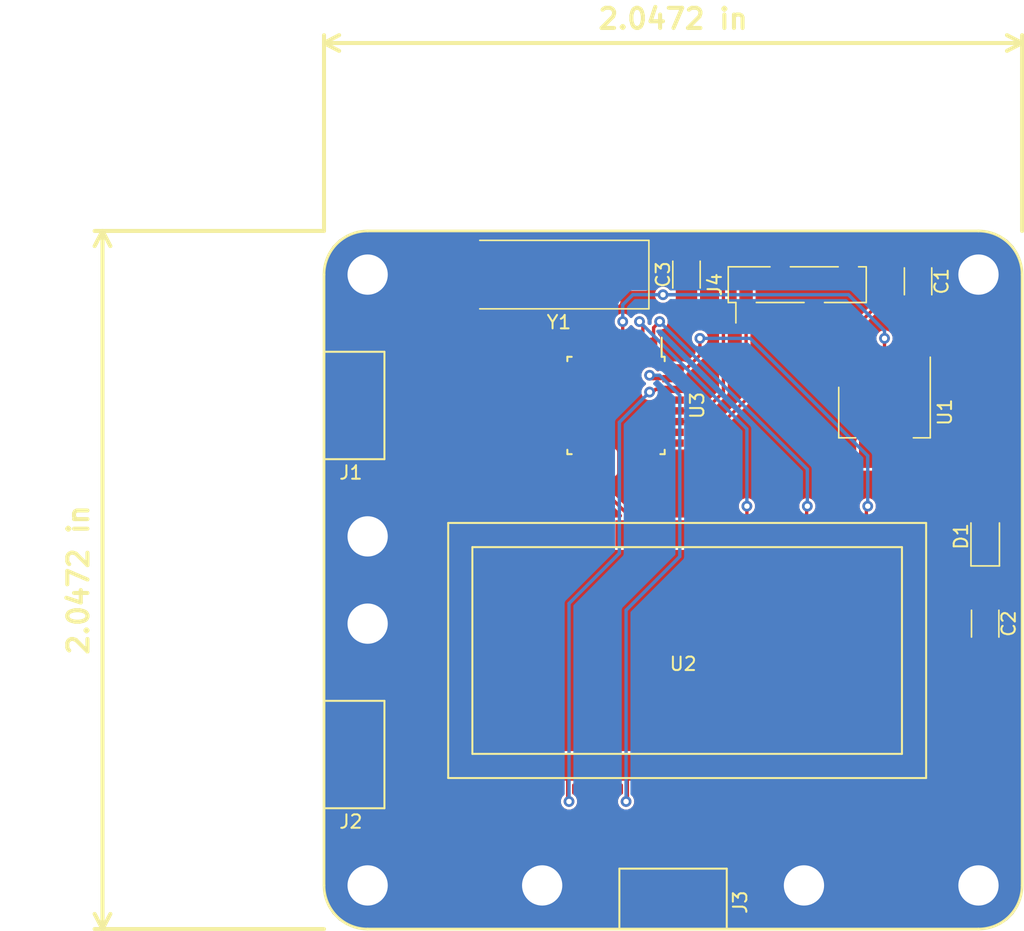
<source format=kicad_pcb>
(kicad_pcb (version 20171130) (host pcbnew "(5.0.0)")

  (general
    (thickness 1.6)
    (drawings 10)
    (tracks 119)
    (zones 0)
    (modules 12)
    (nets 35)
  )

  (page A4)
  (layers
    (0 F.Cu signal)
    (31 B.Cu signal)
    (32 B.Adhes user)
    (33 F.Adhes user)
    (34 B.Paste user)
    (35 F.Paste user)
    (36 B.SilkS user)
    (37 F.SilkS user)
    (38 B.Mask user)
    (39 F.Mask user)
    (40 Dwgs.User user)
    (41 Cmts.User user)
    (42 Eco1.User user)
    (43 Eco2.User user)
    (44 Edge.Cuts user)
    (45 Margin user)
    (46 B.CrtYd user)
    (47 F.CrtYd user)
    (48 B.Fab user)
    (49 F.Fab user)
  )

  (setup
    (last_trace_width 0.25)
    (trace_clearance 0.2)
    (zone_clearance 0.2)
    (zone_45_only no)
    (trace_min 0.2)
    (segment_width 0.2)
    (edge_width 0.15)
    (via_size 0.8)
    (via_drill 0.4)
    (via_min_size 0.4)
    (via_min_drill 0.3)
    (uvia_size 0.3)
    (uvia_drill 0.1)
    (uvias_allowed no)
    (uvia_min_size 0.2)
    (uvia_min_drill 0.1)
    (pcb_text_width 0.3)
    (pcb_text_size 1.5 1.5)
    (mod_edge_width 0.15)
    (mod_text_size 1 1)
    (mod_text_width 0.15)
    (pad_size 1.524 1.524)
    (pad_drill 0.762)
    (pad_to_mask_clearance 0.2)
    (aux_axis_origin 0 0)
    (visible_elements FFFFFF7F)
    (pcbplotparams
      (layerselection 0x010fc_ffffffff)
      (usegerberextensions false)
      (usegerberattributes false)
      (usegerberadvancedattributes false)
      (creategerberjobfile false)
      (excludeedgelayer true)
      (linewidth 0.050000)
      (plotframeref false)
      (viasonmask false)
      (mode 1)
      (useauxorigin false)
      (hpglpennumber 1)
      (hpglpenspeed 20)
      (hpglpendiameter 15.000000)
      (psnegative false)
      (psa4output false)
      (plotreference true)
      (plotvalue true)
      (plotinvisibletext false)
      (padsonsilk false)
      (subtractmaskfromsilk false)
      (outputformat 1)
      (mirror false)
      (drillshape 1)
      (scaleselection 1)
      (outputdirectory ""))
  )

  (net 0 "")
  (net 1 "Net-(C1-Pad1)")
  (net 2 Earth)
  (net 3 "Net-(C2-Pad1)")
  (net 4 "Net-(C3-Pad1)")
  (net 5 "Net-(J1-Pad2)")
  (net 6 "Net-(J2-Pad2)")
  (net 7 "Net-(J3-Pad2)")
  (net 8 "Net-(J4-Pad2)")
  (net 9 "Net-(J4-Pad1)")
  (net 10 "Net-(U2-Pad1)")
  (net 11 "Net-(U2-Pad5)")
  (net 12 "Net-(U2-Pad6)")
  (net 13 "Net-(U2-Pad7)")
  (net 14 "Net-(U2-Pad16)")
  (net 15 "Net-(U2-Pad17)")
  (net 16 "Net-(U3-Pad8)")
  (net 17 "Net-(U3-Pad7)")
  (net 18 "Net-(U3-Pad29)")
  (net 19 "Net-(U3-Pad26)")
  (net 20 "Net-(U3-Pad25)")
  (net 21 "Net-(U3-Pad24)")
  (net 22 "Net-(U3-Pad23)")
  (net 23 "Net-(U3-Pad22)")
  (net 24 "Net-(U3-Pad20)")
  (net 25 "Net-(U3-Pad19)")
  (net 26 "Net-(U3-Pad17)")
  (net 27 "Net-(U3-Pad16)")
  (net 28 "Net-(U3-Pad15)")
  (net 29 "Net-(U3-Pad14)")
  (net 30 "Net-(U3-Pad13)")
  (net 31 "Net-(U3-Pad12)")
  (net 32 "Net-(U3-Pad11)")
  (net 33 "Net-(U3-Pad10)")
  (net 34 "Net-(U3-Pad9)")

  (net_class Default "This is the default net class."
    (clearance 0.2)
    (trace_width 0.25)
    (via_dia 0.8)
    (via_drill 0.4)
    (uvia_dia 0.3)
    (uvia_drill 0.1)
    (add_net Earth)
    (add_net "Net-(C1-Pad1)")
    (add_net "Net-(C2-Pad1)")
    (add_net "Net-(C3-Pad1)")
    (add_net "Net-(J1-Pad2)")
    (add_net "Net-(J2-Pad2)")
    (add_net "Net-(J3-Pad2)")
    (add_net "Net-(J4-Pad1)")
    (add_net "Net-(J4-Pad2)")
    (add_net "Net-(U2-Pad1)")
    (add_net "Net-(U2-Pad16)")
    (add_net "Net-(U2-Pad17)")
    (add_net "Net-(U2-Pad5)")
    (add_net "Net-(U2-Pad6)")
    (add_net "Net-(U2-Pad7)")
    (add_net "Net-(U3-Pad10)")
    (add_net "Net-(U3-Pad11)")
    (add_net "Net-(U3-Pad12)")
    (add_net "Net-(U3-Pad13)")
    (add_net "Net-(U3-Pad14)")
    (add_net "Net-(U3-Pad15)")
    (add_net "Net-(U3-Pad16)")
    (add_net "Net-(U3-Pad17)")
    (add_net "Net-(U3-Pad19)")
    (add_net "Net-(U3-Pad20)")
    (add_net "Net-(U3-Pad22)")
    (add_net "Net-(U3-Pad23)")
    (add_net "Net-(U3-Pad24)")
    (add_net "Net-(U3-Pad25)")
    (add_net "Net-(U3-Pad26)")
    (add_net "Net-(U3-Pad29)")
    (add_net "Net-(U3-Pad7)")
    (add_net "Net-(U3-Pad8)")
    (add_net "Net-(U3-Pad9)")
  )

  (module Capacitors_SMD:C_1206 (layer F.Cu) (tedit 58AA84B8) (tstamp 5B6F9C32)
    (at 89.25 23.75 270)
    (descr "Capacitor SMD 1206, reflow soldering, AVX (see smccp.pdf)")
    (tags "capacitor 1206")
    (path /5B6F6E63)
    (attr smd)
    (fp_text reference C1 (at 0 -1.75 270) (layer F.SilkS)
      (effects (font (size 1 1) (thickness 0.15)))
    )
    (fp_text value 10uF (at 0 2 270) (layer F.Fab)
      (effects (font (size 1 1) (thickness 0.15)))
    )
    (fp_text user %R (at 0 -1.75 270) (layer F.Fab)
      (effects (font (size 1 1) (thickness 0.15)))
    )
    (fp_line (start -1.6 0.8) (end -1.6 -0.8) (layer F.Fab) (width 0.1))
    (fp_line (start 1.6 0.8) (end -1.6 0.8) (layer F.Fab) (width 0.1))
    (fp_line (start 1.6 -0.8) (end 1.6 0.8) (layer F.Fab) (width 0.1))
    (fp_line (start -1.6 -0.8) (end 1.6 -0.8) (layer F.Fab) (width 0.1))
    (fp_line (start 1 -1.02) (end -1 -1.02) (layer F.SilkS) (width 0.12))
    (fp_line (start -1 1.02) (end 1 1.02) (layer F.SilkS) (width 0.12))
    (fp_line (start -2.25 -1.05) (end 2.25 -1.05) (layer F.CrtYd) (width 0.05))
    (fp_line (start -2.25 -1.05) (end -2.25 1.05) (layer F.CrtYd) (width 0.05))
    (fp_line (start 2.25 1.05) (end 2.25 -1.05) (layer F.CrtYd) (width 0.05))
    (fp_line (start 2.25 1.05) (end -2.25 1.05) (layer F.CrtYd) (width 0.05))
    (pad 1 smd rect (at -1.5 0 270) (size 1 1.6) (layers F.Cu F.Paste F.Mask)
      (net 1 "Net-(C1-Pad1)"))
    (pad 2 smd rect (at 1.5 0 270) (size 1 1.6) (layers F.Cu F.Paste F.Mask)
      (net 2 Earth))
    (model Capacitors_SMD.3dshapes/C_1206.wrl
      (at (xyz 0 0 0))
      (scale (xyz 1 1 1))
      (rotate (xyz 0 0 0))
    )
  )

  (module Capacitors_SMD:C_1206 (layer F.Cu) (tedit 58AA84B8) (tstamp 5B6F8478)
    (at 94.25 49.25 270)
    (descr "Capacitor SMD 1206, reflow soldering, AVX (see smccp.pdf)")
    (tags "capacitor 1206")
    (path /5B6F6E0B)
    (attr smd)
    (fp_text reference C2 (at 0 -1.75 270) (layer F.SilkS)
      (effects (font (size 1 1) (thickness 0.15)))
    )
    (fp_text value 1uF (at 0 2 270) (layer F.Fab)
      (effects (font (size 1 1) (thickness 0.15)))
    )
    (fp_line (start 2.25 1.05) (end -2.25 1.05) (layer F.CrtYd) (width 0.05))
    (fp_line (start 2.25 1.05) (end 2.25 -1.05) (layer F.CrtYd) (width 0.05))
    (fp_line (start -2.25 -1.05) (end -2.25 1.05) (layer F.CrtYd) (width 0.05))
    (fp_line (start -2.25 -1.05) (end 2.25 -1.05) (layer F.CrtYd) (width 0.05))
    (fp_line (start -1 1.02) (end 1 1.02) (layer F.SilkS) (width 0.12))
    (fp_line (start 1 -1.02) (end -1 -1.02) (layer F.SilkS) (width 0.12))
    (fp_line (start -1.6 -0.8) (end 1.6 -0.8) (layer F.Fab) (width 0.1))
    (fp_line (start 1.6 -0.8) (end 1.6 0.8) (layer F.Fab) (width 0.1))
    (fp_line (start 1.6 0.8) (end -1.6 0.8) (layer F.Fab) (width 0.1))
    (fp_line (start -1.6 0.8) (end -1.6 -0.8) (layer F.Fab) (width 0.1))
    (fp_text user %R (at 0 -1.75 270) (layer F.Fab)
      (effects (font (size 1 1) (thickness 0.15)))
    )
    (pad 2 smd rect (at 1.5 0 270) (size 1 1.6) (layers F.Cu F.Paste F.Mask)
      (net 2 Earth))
    (pad 1 smd rect (at -1.5 0 270) (size 1 1.6) (layers F.Cu F.Paste F.Mask)
      (net 3 "Net-(C2-Pad1)"))
    (model Capacitors_SMD.3dshapes/C_1206.wrl
      (at (xyz 0 0 0))
      (scale (xyz 1 1 1))
      (rotate (xyz 0 0 0))
    )
  )

  (module Capacitors_SMD:C_1206 (layer F.Cu) (tedit 58AA84B8) (tstamp 5B6F8489)
    (at 72 23.25 90)
    (descr "Capacitor SMD 1206, reflow soldering, AVX (see smccp.pdf)")
    (tags "capacitor 1206")
    (path /5B713D0D)
    (attr smd)
    (fp_text reference C3 (at 0 -1.75 90) (layer F.SilkS)
      (effects (font (size 1 1) (thickness 0.15)))
    )
    (fp_text value 1uF (at 0 2 90) (layer F.Fab)
      (effects (font (size 1 1) (thickness 0.15)))
    )
    (fp_line (start 2.25 1.05) (end -2.25 1.05) (layer F.CrtYd) (width 0.05))
    (fp_line (start 2.25 1.05) (end 2.25 -1.05) (layer F.CrtYd) (width 0.05))
    (fp_line (start -2.25 -1.05) (end -2.25 1.05) (layer F.CrtYd) (width 0.05))
    (fp_line (start -2.25 -1.05) (end 2.25 -1.05) (layer F.CrtYd) (width 0.05))
    (fp_line (start -1 1.02) (end 1 1.02) (layer F.SilkS) (width 0.12))
    (fp_line (start 1 -1.02) (end -1 -1.02) (layer F.SilkS) (width 0.12))
    (fp_line (start -1.6 -0.8) (end 1.6 -0.8) (layer F.Fab) (width 0.1))
    (fp_line (start 1.6 -0.8) (end 1.6 0.8) (layer F.Fab) (width 0.1))
    (fp_line (start 1.6 0.8) (end -1.6 0.8) (layer F.Fab) (width 0.1))
    (fp_line (start -1.6 0.8) (end -1.6 -0.8) (layer F.Fab) (width 0.1))
    (fp_text user %R (at 0 -1.75 90) (layer F.Fab)
      (effects (font (size 1 1) (thickness 0.15)))
    )
    (pad 2 smd rect (at 1.5 0 90) (size 1 1.6) (layers F.Cu F.Paste F.Mask)
      (net 2 Earth))
    (pad 1 smd rect (at -1.5 0 90) (size 1 1.6) (layers F.Cu F.Paste F.Mask)
      (net 4 "Net-(C3-Pad1)"))
    (model Capacitors_SMD.3dshapes/C_1206.wrl
      (at (xyz 0 0 0))
      (scale (xyz 1 1 1))
      (rotate (xyz 0 0 0))
    )
  )

  (module Diodes_SMD:D_1206 (layer F.Cu) (tedit 590CEAF5) (tstamp 5B6FA218)
    (at 94.25 42.75 90)
    (descr "Diode SMD 1206, reflow soldering http://datasheets.avx.com/schottky.pdf")
    (tags "Diode 1206")
    (path /5B6F92CC)
    (attr smd)
    (fp_text reference D1 (at 0 -1.8 90) (layer F.SilkS)
      (effects (font (size 1 1) (thickness 0.15)))
    )
    (fp_text value 1N4001 (at 0 1.9 90) (layer F.Fab)
      (effects (font (size 1 1) (thickness 0.15)))
    )
    (fp_line (start -2.2 1.06) (end 1 1.06) (layer F.SilkS) (width 0.12))
    (fp_line (start 1 -1.06) (end -2.2 -1.06) (layer F.SilkS) (width 0.12))
    (fp_line (start 2.3 -1.16) (end 2.3 1.16) (layer F.CrtYd) (width 0.05))
    (fp_line (start -2.3 -1.16) (end -2.3 1.16) (layer F.CrtYd) (width 0.05))
    (fp_line (start -2.3 1.16) (end 2.3 1.16) (layer F.CrtYd) (width 0.05))
    (fp_line (start -2.3 -1.16) (end 2.3 -1.16) (layer F.CrtYd) (width 0.05))
    (fp_line (start -1.7 -0.95) (end 1.7 -0.95) (layer F.Fab) (width 0.1))
    (fp_line (start 1.7 -0.95) (end 1.7 0.95) (layer F.Fab) (width 0.1))
    (fp_line (start 1.7 0.95) (end -1.7 0.95) (layer F.Fab) (width 0.1))
    (fp_line (start -1.7 0.95) (end -1.7 -0.95) (layer F.Fab) (width 0.1))
    (fp_line (start -2.2 -1.06) (end -2.2 1.06) (layer F.SilkS) (width 0.12))
    (fp_line (start -0.254 0) (end 0.127 -0.254) (layer F.Fab) (width 0.1))
    (fp_line (start 0.127 -0.254) (end 0.127 0.254) (layer F.Fab) (width 0.1))
    (fp_line (start 0.127 0.254) (end -0.254 0) (layer F.Fab) (width 0.1))
    (fp_line (start -0.254 0) (end -0.508 0) (layer F.Fab) (width 0.1))
    (fp_line (start 0.127 0) (end 0.381 0) (layer F.Fab) (width 0.1))
    (fp_line (start -0.254 -0.254) (end -0.254 0.254) (layer F.Fab) (width 0.1))
    (fp_text user %R (at 0 -1.8 90) (layer F.Fab)
      (effects (font (size 1 1) (thickness 0.15)))
    )
    (pad 2 smd rect (at 1.5 0 90) (size 1 1.6) (layers F.Cu F.Paste F.Mask)
      (net 4 "Net-(C3-Pad1)"))
    (pad 1 smd rect (at -1.5 0 90) (size 1 1.6) (layers F.Cu F.Paste F.Mask)
      (net 3 "Net-(C2-Pad1)"))
    (model ${KISYS3DMOD}/Diodes_SMD.3dshapes/D_1206.wrl
      (at (xyz 0 0 0))
      (scale (xyz 1 1 1))
      (rotate (xyz 0 0 0))
    )
  )

  (module x-uhf:X-UHF_Interconnect (layer F.Cu) (tedit 5B6BFBB0) (tstamp 5B6F84AC)
    (at 46.5 33)
    (path /5B6F604C)
    (fp_text reference J1 (at 0.5 5) (layer F.SilkS)
      (effects (font (size 1 1) (thickness 0.15)))
    )
    (fp_text value AF_OUT (at 4 0 90) (layer F.Fab)
      (effects (font (size 1 1) (thickness 0.15)))
    )
    (fp_line (start -1.5 4) (end -1.5 -4) (layer F.SilkS) (width 0.15))
    (fp_line (start 3 4) (end -1.5 4) (layer F.SilkS) (width 0.15))
    (fp_line (start 3 -4) (end 3 4) (layer F.SilkS) (width 0.15))
    (fp_line (start -1.5 -4) (end 3 -4) (layer F.SilkS) (width 0.15))
    (pad 3 smd rect (at 0 2) (size 3 1.5) (layers F.Cu F.Paste F.Mask)
      (net 2 Earth))
    (pad 2 smd rect (at 0 0) (size 3 1.5) (layers F.Cu F.Paste F.Mask)
      (net 5 "Net-(J1-Pad2)"))
    (pad 1 smd rect (at 0 -2) (size 3 1.5) (layers F.Cu F.Paste F.Mask)
      (net 2 Earth))
  )

  (module x-uhf:X-UHF_Interconnect (layer F.Cu) (tedit 5B6BFBB0) (tstamp 5B6F84B7)
    (at 46.5 59)
    (path /5B6F60A2)
    (fp_text reference J2 (at 0.5 5) (layer F.SilkS)
      (effects (font (size 1 1) (thickness 0.15)))
    )
    (fp_text value AF_IN (at 4 0 90) (layer F.Fab)
      (effects (font (size 1 1) (thickness 0.15)))
    )
    (fp_line (start -1.5 -4) (end 3 -4) (layer F.SilkS) (width 0.15))
    (fp_line (start 3 -4) (end 3 4) (layer F.SilkS) (width 0.15))
    (fp_line (start 3 4) (end -1.5 4) (layer F.SilkS) (width 0.15))
    (fp_line (start -1.5 4) (end -1.5 -4) (layer F.SilkS) (width 0.15))
    (pad 1 smd rect (at 0 -2) (size 3 1.5) (layers F.Cu F.Paste F.Mask)
      (net 2 Earth))
    (pad 2 smd rect (at 0 0) (size 3 1.5) (layers F.Cu F.Paste F.Mask)
      (net 6 "Net-(J2-Pad2)"))
    (pad 3 smd rect (at 0 2) (size 3 1.5) (layers F.Cu F.Paste F.Mask)
      (net 2 Earth))
  )

  (module x-uhf:X-UHF_Interconnect (layer F.Cu) (tedit 5B6BFBB0) (tstamp 5B6F84C2)
    (at 71 70.5 90)
    (path /5B6F5FC1)
    (fp_text reference J3 (at 0.5 5 90) (layer F.SilkS)
      (effects (font (size 1 1) (thickness 0.15)))
    )
    (fp_text value RF (at 4 0 180) (layer F.Fab)
      (effects (font (size 1 1) (thickness 0.15)))
    )
    (fp_line (start -1.5 -4) (end 3 -4) (layer F.SilkS) (width 0.15))
    (fp_line (start 3 -4) (end 3 4) (layer F.SilkS) (width 0.15))
    (fp_line (start 3 4) (end -1.5 4) (layer F.SilkS) (width 0.15))
    (fp_line (start -1.5 4) (end -1.5 -4) (layer F.SilkS) (width 0.15))
    (pad 1 smd rect (at 0 -2 90) (size 3 1.5) (layers F.Cu F.Paste F.Mask)
      (net 2 Earth))
    (pad 2 smd rect (at 0 0 90) (size 3 1.5) (layers F.Cu F.Paste F.Mask)
      (net 7 "Net-(J3-Pad2)"))
    (pad 3 smd rect (at 0 2 90) (size 3 1.5) (layers F.Cu F.Paste F.Mask)
      (net 2 Earth))
  )

  (module Pin_Headers:Pin_Header_Straight_1x04_Pitch2.54mm_SMD_Pin1Left (layer F.Cu) (tedit 59650532) (tstamp 5B6FA0AF)
    (at 80.25 24 90)
    (descr "surface-mounted straight pin header, 1x04, 2.54mm pitch, single row, style 1 (pin 1 left)")
    (tags "Surface mounted pin header SMD 1x04 2.54mm single row style1 pin1 left")
    (path /5B71BF0C)
    (attr smd)
    (fp_text reference J4 (at 0 -6.14 90) (layer F.SilkS)
      (effects (font (size 1 1) (thickness 0.15)))
    )
    (fp_text value Conn_01x04 (at 0 6.14 90) (layer F.Fab)
      (effects (font (size 1 1) (thickness 0.15)))
    )
    (fp_text user %R (at 0 0 180) (layer F.Fab)
      (effects (font (size 1 1) (thickness 0.15)))
    )
    (fp_line (start 3.45 -5.6) (end -3.45 -5.6) (layer F.CrtYd) (width 0.05))
    (fp_line (start 3.45 5.6) (end 3.45 -5.6) (layer F.CrtYd) (width 0.05))
    (fp_line (start -3.45 5.6) (end 3.45 5.6) (layer F.CrtYd) (width 0.05))
    (fp_line (start -3.45 -5.6) (end -3.45 5.6) (layer F.CrtYd) (width 0.05))
    (fp_line (start -1.33 2.03) (end -1.33 5.14) (layer F.SilkS) (width 0.12))
    (fp_line (start -1.33 -3.05) (end -1.33 0.51) (layer F.SilkS) (width 0.12))
    (fp_line (start 1.33 -0.51) (end 1.33 3.05) (layer F.SilkS) (width 0.12))
    (fp_line (start 1.33 4.57) (end 1.33 5.14) (layer F.SilkS) (width 0.12))
    (fp_line (start -1.33 -5.14) (end -1.33 -4.57) (layer F.SilkS) (width 0.12))
    (fp_line (start -1.33 -4.57) (end -2.85 -4.57) (layer F.SilkS) (width 0.12))
    (fp_line (start 1.33 -5.14) (end 1.33 -2.03) (layer F.SilkS) (width 0.12))
    (fp_line (start -1.33 5.14) (end 1.33 5.14) (layer F.SilkS) (width 0.12))
    (fp_line (start -1.33 -5.14) (end 1.33 -5.14) (layer F.SilkS) (width 0.12))
    (fp_line (start 2.54 4.13) (end 1.27 4.13) (layer F.Fab) (width 0.1))
    (fp_line (start 2.54 3.49) (end 2.54 4.13) (layer F.Fab) (width 0.1))
    (fp_line (start 1.27 3.49) (end 2.54 3.49) (layer F.Fab) (width 0.1))
    (fp_line (start 2.54 -0.95) (end 1.27 -0.95) (layer F.Fab) (width 0.1))
    (fp_line (start 2.54 -1.59) (end 2.54 -0.95) (layer F.Fab) (width 0.1))
    (fp_line (start 1.27 -1.59) (end 2.54 -1.59) (layer F.Fab) (width 0.1))
    (fp_line (start -2.54 1.59) (end -1.27 1.59) (layer F.Fab) (width 0.1))
    (fp_line (start -2.54 0.95) (end -2.54 1.59) (layer F.Fab) (width 0.1))
    (fp_line (start -1.27 0.95) (end -2.54 0.95) (layer F.Fab) (width 0.1))
    (fp_line (start -2.54 -3.49) (end -1.27 -3.49) (layer F.Fab) (width 0.1))
    (fp_line (start -2.54 -4.13) (end -2.54 -3.49) (layer F.Fab) (width 0.1))
    (fp_line (start -1.27 -4.13) (end -2.54 -4.13) (layer F.Fab) (width 0.1))
    (fp_line (start 1.27 -5.08) (end 1.27 5.08) (layer F.Fab) (width 0.1))
    (fp_line (start -1.27 -4.13) (end -0.32 -5.08) (layer F.Fab) (width 0.1))
    (fp_line (start -1.27 5.08) (end -1.27 -4.13) (layer F.Fab) (width 0.1))
    (fp_line (start -0.32 -5.08) (end 1.27 -5.08) (layer F.Fab) (width 0.1))
    (fp_line (start 1.27 5.08) (end -1.27 5.08) (layer F.Fab) (width 0.1))
    (pad 4 smd rect (at 1.655 3.81 90) (size 2.51 1) (layers F.Cu F.Paste F.Mask)
      (net 1 "Net-(C1-Pad1)"))
    (pad 2 smd rect (at 1.655 -1.27 90) (size 2.51 1) (layers F.Cu F.Paste F.Mask)
      (net 8 "Net-(J4-Pad2)"))
    (pad 3 smd rect (at -1.655 1.27 90) (size 2.51 1) (layers F.Cu F.Paste F.Mask)
      (net 2 Earth))
    (pad 1 smd rect (at -1.655 -3.81 90) (size 2.51 1) (layers F.Cu F.Paste F.Mask)
      (net 9 "Net-(J4-Pad1)"))
    (model ${KISYS3DMOD}/Pin_Headers.3dshapes/Pin_Header_Straight_1x04_Pitch2.54mm_SMD_Pin1Left.wrl
      (at (xyz 0 0 0))
      (scale (xyz 1 1 1))
      (rotate (xyz 0 0 0))
    )
  )

  (module TO_SOT_Packages_SMD:SOT-223-3_TabPin2 (layer F.Cu) (tedit 58CE4E7E) (tstamp 5B6FA191)
    (at 86.75 33.5 270)
    (descr "module CMS SOT223 4 pins")
    (tags "CMS SOT")
    (path /5B6F6D92)
    (attr smd)
    (fp_text reference U1 (at 0 -4.5 270) (layer F.SilkS)
      (effects (font (size 1 1) (thickness 0.15)))
    )
    (fp_text value LD1117S50TR_SOT223 (at 0 4.5 270) (layer F.Fab)
      (effects (font (size 1 1) (thickness 0.15)))
    )
    (fp_line (start 1.85 -3.35) (end 1.85 3.35) (layer F.Fab) (width 0.1))
    (fp_line (start -1.85 3.35) (end 1.85 3.35) (layer F.Fab) (width 0.1))
    (fp_line (start -4.1 -3.41) (end 1.91 -3.41) (layer F.SilkS) (width 0.12))
    (fp_line (start -0.85 -3.35) (end 1.85 -3.35) (layer F.Fab) (width 0.1))
    (fp_line (start -1.85 3.41) (end 1.91 3.41) (layer F.SilkS) (width 0.12))
    (fp_line (start -1.85 -2.35) (end -1.85 3.35) (layer F.Fab) (width 0.1))
    (fp_line (start -1.85 -2.35) (end -0.85 -3.35) (layer F.Fab) (width 0.1))
    (fp_line (start -4.4 -3.6) (end -4.4 3.6) (layer F.CrtYd) (width 0.05))
    (fp_line (start -4.4 3.6) (end 4.4 3.6) (layer F.CrtYd) (width 0.05))
    (fp_line (start 4.4 3.6) (end 4.4 -3.6) (layer F.CrtYd) (width 0.05))
    (fp_line (start 4.4 -3.6) (end -4.4 -3.6) (layer F.CrtYd) (width 0.05))
    (fp_line (start 1.91 -3.41) (end 1.91 -2.15) (layer F.SilkS) (width 0.12))
    (fp_line (start 1.91 3.41) (end 1.91 2.15) (layer F.SilkS) (width 0.12))
    (fp_text user %R (at 0 0) (layer F.Fab)
      (effects (font (size 0.8 0.8) (thickness 0.12)))
    )
    (pad 1 smd rect (at -3.15 -2.3 270) (size 2 1.5) (layers F.Cu F.Paste F.Mask)
      (net 2 Earth))
    (pad 3 smd rect (at -3.15 2.3 270) (size 2 1.5) (layers F.Cu F.Paste F.Mask)
      (net 1 "Net-(C1-Pad1)"))
    (pad 2 smd rect (at -3.15 0 270) (size 2 1.5) (layers F.Cu F.Paste F.Mask)
      (net 4 "Net-(C3-Pad1)"))
    (pad 2 smd rect (at 3.15 0 270) (size 2 3.8) (layers F.Cu F.Paste F.Mask)
      (net 4 "Net-(C3-Pad1)"))
    (model ${KISYS3DMOD}/TO_SOT_Packages_SMD.3dshapes/SOT-223.wrl
      (at (xyz 0 0 0))
      (scale (xyz 1 1 1))
      (rotate (xyz 0 0 0))
    )
  )

  (module x-uhf:DRA818 (layer F.Cu) (tedit 5B6EB375) (tstamp 5B6F9244)
    (at 54.25 41.75)
    (path /5B6F5E8E)
    (fp_text reference U2 (at 17.5 10.5) (layer F.SilkS)
      (effects (font (size 1 1) (thickness 0.15)))
    )
    (fp_text value DRA818V (at 18.1 8.5) (layer F.Fab)
      (effects (font (size 1 1) (thickness 0.15)))
    )
    (fp_line (start 0 0) (end 35.6 0) (layer F.SilkS) (width 0.15))
    (fp_line (start 35.6 0) (end 35.6 19) (layer F.SilkS) (width 0.15))
    (fp_line (start 35.6 19) (end 0 19) (layer F.SilkS) (width 0.15))
    (fp_line (start 0 19) (end 0 0) (layer F.SilkS) (width 0.15))
    (fp_line (start 1.8 1.8) (end 33.8 1.8) (layer F.SilkS) (width 0.15))
    (fp_line (start 1.8 17.2) (end 33.8 17.2) (layer F.SilkS) (width 0.15))
    (fp_line (start 1.8 1.8) (end 1.8 17.2) (layer F.SilkS) (width 0.15))
    (fp_line (start 33.8 1.8) (end 33.8 17.2) (layer F.SilkS) (width 0.15))
    (pad 1 smd rect (at 4.45 0.8) (size 1.8 2) (layers F.Cu F.Paste F.Mask)
      (net 10 "Net-(U2-Pad1)"))
    (pad 2 smd rect (at 8.9 0.8) (size 1.8 2) (layers F.Cu F.Paste F.Mask))
    (pad 3 smd rect (at 13.35 0.8) (size 1.8 2) (layers F.Cu F.Paste F.Mask)
      (net 5 "Net-(J1-Pad2)"))
    (pad 4 smd rect (at 17.8 0.8) (size 1.8 2) (layers F.Cu F.Paste F.Mask))
    (pad 5 smd rect (at 22.25 0.8) (size 1.8 2) (layers F.Cu F.Paste F.Mask)
      (net 11 "Net-(U2-Pad5)"))
    (pad 6 smd rect (at 26.7 0.8) (size 1.8 2) (layers F.Cu F.Paste F.Mask)
      (net 12 "Net-(U2-Pad6)"))
    (pad 7 smd rect (at 31.15 0.8) (size 1.8 2) (layers F.Cu F.Paste F.Mask)
      (net 13 "Net-(U2-Pad7)"))
    (pad 8 smd rect (at 34.8 2.6 90) (size 1.8 2) (layers F.Cu F.Paste F.Mask)
      (net 3 "Net-(C2-Pad1)"))
    (pad 9 smd rect (at 34.8 7.2 90) (size 1.8 2) (layers F.Cu F.Paste F.Mask)
      (net 2 Earth))
    (pad 10 smd rect (at 34.8 11.8 90) (size 1.8 2) (layers F.Cu F.Paste F.Mask)
      (net 2 Earth))
    (pad 11 smd rect (at 34.8 16.4 90) (size 1.8 2) (layers F.Cu F.Paste F.Mask))
    (pad 15 smd rect (at 17.8 18.2) (size 1.8 2) (layers F.Cu F.Paste F.Mask))
    (pad 13 smd rect (at 26.7 18.2) (size 1.8 2) (layers F.Cu F.Paste F.Mask))
    (pad 14 smd rect (at 22.25 18.2) (size 1.8 2) (layers F.Cu F.Paste F.Mask))
    (pad 12 smd rect (at 31.15 18.2) (size 1.8 2) (layers F.Cu F.Paste F.Mask)
      (net 7 "Net-(J3-Pad2)"))
    (pad 16 smd rect (at 13.35 18.2) (size 1.8 2) (layers F.Cu F.Paste F.Mask)
      (net 14 "Net-(U2-Pad16)"))
    (pad 18 smd rect (at 4.45 18.2) (size 1.8 2) (layers F.Cu F.Paste F.Mask)
      (net 6 "Net-(J2-Pad2)"))
    (pad 17 smd rect (at 8.9 18.2) (size 1.8 2) (layers F.Cu F.Paste F.Mask)
      (net 15 "Net-(U2-Pad17)"))
  )

  (module Housings_QFP:TQFP-32_7x7mm_Pitch0.8mm (layer F.Cu) (tedit 58CC9A48) (tstamp 5B6F9F5E)
    (at 66.75 33 270)
    (descr "32-Lead Plastic Thin Quad Flatpack (PT) - 7x7x1.0 mm Body, 2.00 mm [TQFP] (see Microchip Packaging Specification 00000049BS.pdf)")
    (tags "QFP 0.8")
    (path /5B70079C)
    (attr smd)
    (fp_text reference U3 (at 0 -6.05 270) (layer F.SilkS)
      (effects (font (size 1 1) (thickness 0.15)))
    )
    (fp_text value ATmega328P-AU (at 0 6.05 270) (layer F.Fab)
      (effects (font (size 1 1) (thickness 0.15)))
    )
    (fp_line (start -3.625 -3.4) (end -5.05 -3.4) (layer F.SilkS) (width 0.15))
    (fp_line (start 3.625 -3.625) (end 3.3 -3.625) (layer F.SilkS) (width 0.15))
    (fp_line (start 3.625 3.625) (end 3.3 3.625) (layer F.SilkS) (width 0.15))
    (fp_line (start -3.625 3.625) (end -3.3 3.625) (layer F.SilkS) (width 0.15))
    (fp_line (start -3.625 -3.625) (end -3.3 -3.625) (layer F.SilkS) (width 0.15))
    (fp_line (start -3.625 3.625) (end -3.625 3.3) (layer F.SilkS) (width 0.15))
    (fp_line (start 3.625 3.625) (end 3.625 3.3) (layer F.SilkS) (width 0.15))
    (fp_line (start 3.625 -3.625) (end 3.625 -3.3) (layer F.SilkS) (width 0.15))
    (fp_line (start -3.625 -3.625) (end -3.625 -3.4) (layer F.SilkS) (width 0.15))
    (fp_line (start -5.3 5.3) (end 5.3 5.3) (layer F.CrtYd) (width 0.05))
    (fp_line (start -5.3 -5.3) (end 5.3 -5.3) (layer F.CrtYd) (width 0.05))
    (fp_line (start 5.3 -5.3) (end 5.3 5.3) (layer F.CrtYd) (width 0.05))
    (fp_line (start -5.3 -5.3) (end -5.3 5.3) (layer F.CrtYd) (width 0.05))
    (fp_line (start -3.5 -2.5) (end -2.5 -3.5) (layer F.Fab) (width 0.15))
    (fp_line (start -3.5 3.5) (end -3.5 -2.5) (layer F.Fab) (width 0.15))
    (fp_line (start 3.5 3.5) (end -3.5 3.5) (layer F.Fab) (width 0.15))
    (fp_line (start 3.5 -3.5) (end 3.5 3.5) (layer F.Fab) (width 0.15))
    (fp_line (start -2.5 -3.5) (end 3.5 -3.5) (layer F.Fab) (width 0.15))
    (fp_text user %R (at 0 0 270) (layer F.Fab)
      (effects (font (size 1 1) (thickness 0.15)))
    )
    (pad 32 smd rect (at -2.8 -4.25) (size 1.6 0.55) (layers F.Cu F.Paste F.Mask)
      (net 13 "Net-(U2-Pad7)"))
    (pad 31 smd rect (at -2 -4.25) (size 1.6 0.55) (layers F.Cu F.Paste F.Mask)
      (net 14 "Net-(U2-Pad16)"))
    (pad 30 smd rect (at -1.2 -4.25) (size 1.6 0.55) (layers F.Cu F.Paste F.Mask)
      (net 15 "Net-(U2-Pad17)"))
    (pad 29 smd rect (at -0.4 -4.25) (size 1.6 0.55) (layers F.Cu F.Paste F.Mask)
      (net 18 "Net-(U3-Pad29)"))
    (pad 28 smd rect (at 0.4 -4.25) (size 1.6 0.55) (layers F.Cu F.Paste F.Mask)
      (net 8 "Net-(J4-Pad2)"))
    (pad 27 smd rect (at 1.2 -4.25) (size 1.6 0.55) (layers F.Cu F.Paste F.Mask)
      (net 9 "Net-(J4-Pad1)"))
    (pad 26 smd rect (at 2 -4.25) (size 1.6 0.55) (layers F.Cu F.Paste F.Mask)
      (net 19 "Net-(U3-Pad26)"))
    (pad 25 smd rect (at 2.8 -4.25) (size 1.6 0.55) (layers F.Cu F.Paste F.Mask)
      (net 20 "Net-(U3-Pad25)"))
    (pad 24 smd rect (at 4.25 -2.8 270) (size 1.6 0.55) (layers F.Cu F.Paste F.Mask)
      (net 21 "Net-(U3-Pad24)"))
    (pad 23 smd rect (at 4.25 -2 270) (size 1.6 0.55) (layers F.Cu F.Paste F.Mask)
      (net 22 "Net-(U3-Pad23)"))
    (pad 22 smd rect (at 4.25 -1.2 270) (size 1.6 0.55) (layers F.Cu F.Paste F.Mask)
      (net 23 "Net-(U3-Pad22)"))
    (pad 21 smd rect (at 4.25 -0.4 270) (size 1.6 0.55) (layers F.Cu F.Paste F.Mask)
      (net 2 Earth))
    (pad 20 smd rect (at 4.25 0.4 270) (size 1.6 0.55) (layers F.Cu F.Paste F.Mask)
      (net 24 "Net-(U3-Pad20)"))
    (pad 19 smd rect (at 4.25 1.2 270) (size 1.6 0.55) (layers F.Cu F.Paste F.Mask)
      (net 25 "Net-(U3-Pad19)"))
    (pad 18 smd rect (at 4.25 2 270) (size 1.6 0.55) (layers F.Cu F.Paste F.Mask)
      (net 4 "Net-(C3-Pad1)"))
    (pad 17 smd rect (at 4.25 2.8 270) (size 1.6 0.55) (layers F.Cu F.Paste F.Mask)
      (net 26 "Net-(U3-Pad17)"))
    (pad 16 smd rect (at 2.8 4.25) (size 1.6 0.55) (layers F.Cu F.Paste F.Mask)
      (net 27 "Net-(U3-Pad16)"))
    (pad 15 smd rect (at 2 4.25) (size 1.6 0.55) (layers F.Cu F.Paste F.Mask)
      (net 28 "Net-(U3-Pad15)"))
    (pad 14 smd rect (at 1.2 4.25) (size 1.6 0.55) (layers F.Cu F.Paste F.Mask)
      (net 29 "Net-(U3-Pad14)"))
    (pad 13 smd rect (at 0.4 4.25) (size 1.6 0.55) (layers F.Cu F.Paste F.Mask)
      (net 30 "Net-(U3-Pad13)"))
    (pad 12 smd rect (at -0.4 4.25) (size 1.6 0.55) (layers F.Cu F.Paste F.Mask)
      (net 31 "Net-(U3-Pad12)"))
    (pad 11 smd rect (at -1.2 4.25) (size 1.6 0.55) (layers F.Cu F.Paste F.Mask)
      (net 32 "Net-(U3-Pad11)"))
    (pad 10 smd rect (at -2 4.25) (size 1.6 0.55) (layers F.Cu F.Paste F.Mask)
      (net 33 "Net-(U3-Pad10)"))
    (pad 9 smd rect (at -2.8 4.25) (size 1.6 0.55) (layers F.Cu F.Paste F.Mask)
      (net 34 "Net-(U3-Pad9)"))
    (pad 8 smd rect (at -4.25 2.8 270) (size 1.6 0.55) (layers F.Cu F.Paste F.Mask)
      (net 16 "Net-(U3-Pad8)"))
    (pad 7 smd rect (at -4.25 2 270) (size 1.6 0.55) (layers F.Cu F.Paste F.Mask)
      (net 17 "Net-(U3-Pad7)"))
    (pad 6 smd rect (at -4.25 1.2 270) (size 1.6 0.55) (layers F.Cu F.Paste F.Mask)
      (net 4 "Net-(C3-Pad1)"))
    (pad 5 smd rect (at -4.25 0.4 270) (size 1.6 0.55) (layers F.Cu F.Paste F.Mask)
      (net 2 Earth))
    (pad 4 smd rect (at -4.25 -0.4 270) (size 1.6 0.55) (layers F.Cu F.Paste F.Mask)
      (net 4 "Net-(C3-Pad1)"))
    (pad 3 smd rect (at -4.25 -1.2 270) (size 1.6 0.55) (layers F.Cu F.Paste F.Mask)
      (net 2 Earth))
    (pad 2 smd rect (at -4.25 -2 270) (size 1.6 0.55) (layers F.Cu F.Paste F.Mask)
      (net 11 "Net-(U2-Pad5)"))
    (pad 1 smd rect (at -4.25 -2.8 270) (size 1.6 0.55) (layers F.Cu F.Paste F.Mask)
      (net 12 "Net-(U2-Pad6)"))
    (model ${KISYS3DMOD}/Housings_QFP.3dshapes/TQFP-32_7x7mm_Pitch0.8mm.wrl
      (at (xyz 0 0 0))
      (scale (xyz 1 1 1))
      (rotate (xyz 0 0 0))
    )
  )

  (module Crystals:Crystal_SMD_HC49-SD (layer F.Cu) (tedit 58CD2E9D) (tstamp 5B6F97A3)
    (at 62.5 23.25 180)
    (descr "SMD Crystal HC-49-SD http://cdn-reichelt.de/documents/datenblatt/B400/xxx-HC49-SMD.pdf, 11.4x4.7mm^2 package")
    (tags "SMD SMT crystal")
    (path /5B700983)
    (attr smd)
    (fp_text reference Y1 (at 0 -3.55 180) (layer F.SilkS)
      (effects (font (size 1 1) (thickness 0.15)))
    )
    (fp_text value 16M (at 0 3.55 180) (layer F.Fab)
      (effects (font (size 1 1) (thickness 0.15)))
    )
    (fp_arc (start 3.015 0) (end 3.015 -2.115) (angle 180) (layer F.Fab) (width 0.1))
    (fp_arc (start -3.015 0) (end -3.015 -2.115) (angle -180) (layer F.Fab) (width 0.1))
    (fp_line (start 6.8 -2.6) (end -6.8 -2.6) (layer F.CrtYd) (width 0.05))
    (fp_line (start 6.8 2.6) (end 6.8 -2.6) (layer F.CrtYd) (width 0.05))
    (fp_line (start -6.8 2.6) (end 6.8 2.6) (layer F.CrtYd) (width 0.05))
    (fp_line (start -6.8 -2.6) (end -6.8 2.6) (layer F.CrtYd) (width 0.05))
    (fp_line (start -6.7 2.55) (end 5.9 2.55) (layer F.SilkS) (width 0.12))
    (fp_line (start -6.7 -2.55) (end -6.7 2.55) (layer F.SilkS) (width 0.12))
    (fp_line (start 5.9 -2.55) (end -6.7 -2.55) (layer F.SilkS) (width 0.12))
    (fp_line (start -3.015 2.115) (end 3.015 2.115) (layer F.Fab) (width 0.1))
    (fp_line (start -3.015 -2.115) (end 3.015 -2.115) (layer F.Fab) (width 0.1))
    (fp_line (start 5.7 -2.35) (end -5.7 -2.35) (layer F.Fab) (width 0.1))
    (fp_line (start 5.7 2.35) (end 5.7 -2.35) (layer F.Fab) (width 0.1))
    (fp_line (start -5.7 2.35) (end 5.7 2.35) (layer F.Fab) (width 0.1))
    (fp_line (start -5.7 -2.35) (end -5.7 2.35) (layer F.Fab) (width 0.1))
    (fp_text user %R (at 0 0 180) (layer F.Fab)
      (effects (font (size 1 1) (thickness 0.15)))
    )
    (pad 2 smd rect (at 4.25 0 180) (size 4.5 2) (layers F.Cu F.Paste F.Mask)
      (net 16 "Net-(U3-Pad8)"))
    (pad 1 smd rect (at -4.25 0 180) (size 4.5 2) (layers F.Cu F.Paste F.Mask)
      (net 17 "Net-(U3-Pad7)"))
    (model ${KISYS3DMOD}/Crystals.3dshapes/Crystal_SMD_HC49-SD.wrl
      (at (xyz 0 0 0))
      (scale (xyz 1 1 1))
      (rotate (xyz 0 0 0))
    )
  )

  (gr_arc (start 93.75 68.75) (end 93.75 72) (angle -90) (layer F.SilkS) (width 0.2))
  (gr_arc (start 48.25 68.75) (end 45 68.75) (angle -90) (layer F.SilkS) (width 0.2))
  (gr_line (start 97 68.75) (end 97 23.25) (layer F.SilkS) (width 0.2))
  (gr_line (start 48.25 72) (end 93.75 72) (layer F.SilkS) (width 0.2))
  (gr_line (start 45 23.25) (end 45 68.75) (layer F.SilkS) (width 0.2))
  (gr_line (start 93.75 20) (end 48.25 20) (layer F.SilkS) (width 0.2))
  (gr_arc (start 93.75 23.25) (end 97 23.25) (angle -90) (layer F.SilkS) (width 0.2))
  (gr_arc (start 48.25 23.25) (end 48.25 20) (angle -90) (layer F.SilkS) (width 0.2))
  (dimension 52 (width 0.3) (layer F.SilkS)
    (gr_text "52.000 mm" (at 26.4 46 270) (layer F.SilkS)
      (effects (font (size 1.5 1.5) (thickness 0.3)))
    )
    (feature1 (pts (xy 45 72) (xy 27.913579 72)))
    (feature2 (pts (xy 45 20) (xy 27.913579 20)))
    (crossbar (pts (xy 28.5 20) (xy 28.5 72)))
    (arrow1a (pts (xy 28.5 72) (xy 27.913579 70.873496)))
    (arrow1b (pts (xy 28.5 72) (xy 29.086421 70.873496)))
    (arrow2a (pts (xy 28.5 20) (xy 27.913579 21.126504)))
    (arrow2b (pts (xy 28.5 20) (xy 29.086421 21.126504)))
  )
  (dimension 52 (width 0.3) (layer F.SilkS)
    (gr_text "52.000 mm" (at 71 3.9) (layer F.SilkS)
      (effects (font (size 1.5 1.5) (thickness 0.3)))
    )
    (feature1 (pts (xy 97 20) (xy 97 5.413579)))
    (feature2 (pts (xy 45 20) (xy 45 5.413579)))
    (crossbar (pts (xy 45 6) (xy 97 6)))
    (arrow1a (pts (xy 97 6) (xy 95.873496 6.586421)))
    (arrow1b (pts (xy 97 6) (xy 95.873496 5.413579)))
    (arrow2a (pts (xy 45 6) (xy 46.126504 6.586421)))
    (arrow2b (pts (xy 45 6) (xy 46.126504 5.413579)))
  )

  (via (at 48.25 23.25) (size 4) (drill 3) (layers F.Cu B.Cu) (net 2))
  (via (at 93.75 23.25) (size 4) (drill 3) (layers F.Cu B.Cu) (net 2))
  (via (at 93.75 68.75) (size 4) (drill 3) (layers F.Cu B.Cu) (net 2))
  (via (at 48.25 68.75) (size 4) (drill 3) (layers F.Cu B.Cu) (net 2))
  (via (at 48.25 49.25) (size 4) (drill 3) (layers F.Cu B.Cu) (net 2))
  (via (at 48.25 42.75) (size 4) (drill 3) (layers F.Cu B.Cu) (net 2))
  (via (at 80.75 68.75) (size 4) (drill 3) (layers F.Cu B.Cu) (net 2))
  (via (at 61.25 68.75) (size 4) (drill 3) (layers F.Cu B.Cu) (net 2))
  (via (at 67.5 62.5) (size 0.8) (drill 0.4) (layers F.Cu B.Cu) (net 14))
  (via (at 63.25 62.5) (size 0.8) (drill 0.4) (layers F.Cu B.Cu) (net 15))
  (via (at 69.25 30.75) (size 0.8) (drill 0.4) (layers F.Cu B.Cu) (net 14))
  (via (at 69.25 32) (size 0.8) (drill 0.4) (layers F.Cu B.Cu) (net 15))
  (via (at 81 40.5) (size 0.8) (drill 0.4) (layers F.Cu B.Cu) (net 12))
  (via (at 76.5 40.5) (size 0.8) (drill 0.4) (layers F.Cu B.Cu) (net 11))
  (via (at 85.5 40.5) (size 0.8) (drill 0.4) (layers F.Cu B.Cu) (net 13))
  (via (at 67.25 26.75) (size 0.8) (drill 0.4) (layers F.Cu B.Cu) (net 4))
  (via (at 70.25 24.75) (size 0.8) (drill 0.4) (layers F.Cu B.Cu) (net 4))
  (via (at 86.75 28) (size 0.8) (drill 0.4) (layers F.Cu B.Cu) (net 4))
  (segment (start 84.155 22.25) (end 84.06 22.345) (width 0.25) (layer F.Cu) (net 1))
  (segment (start 84.45 30.35) (end 84.45 27.3) (width 0.25) (layer F.Cu) (net 1))
  (segment (start 86.75 25) (end 86.75 22.25) (width 0.25) (layer F.Cu) (net 1))
  (segment (start 84.45 27.3) (end 86.75 25) (width 0.25) (layer F.Cu) (net 1))
  (segment (start 89.25 22.25) (end 86.75 22.25) (width 0.25) (layer F.Cu) (net 1))
  (segment (start 86.75 22.25) (end 84.155 22.25) (width 0.25) (layer F.Cu) (net 1))
  (segment (start 94.25 44.25) (end 94.25 47.75) (width 0.25) (layer F.Cu) (net 3))
  (segment (start 89.15 44.25) (end 89.05 44.35) (width 0.25) (layer F.Cu) (net 3))
  (segment (start 94.25 44.25) (end 89.15 44.25) (width 0.25) (layer F.Cu) (net 3))
  (segment (start 86.75 30.35) (end 86.75 36.65) (width 0.25) (layer F.Cu) (net 4))
  (segment (start 94.25 40.5) (end 94.25 41.25) (width 0.25) (layer F.Cu) (net 4))
  (segment (start 90.4 36.65) (end 94.25 40.5) (width 0.25) (layer F.Cu) (net 4))
  (segment (start 86.75 36.65) (end 90.4 36.65) (width 0.25) (layer F.Cu) (net 4))
  (segment (start 86.75 28) (end 86.75 30.35) (width 0.25) (layer F.Cu) (net 4))
  (segment (start 67.25 28.65) (end 67.15 28.75) (width 0.25) (layer F.Cu) (net 4))
  (segment (start 67.25 26.75) (end 67.25 28.65) (width 0.25) (layer F.Cu) (net 4))
  (segment (start 72 24.75) (end 70.25 24.75) (width 0.25) (layer F.Cu) (net 4))
  (segment (start 70.815685 24.75) (end 70.25 24.75) (width 0.25) (layer B.Cu) (net 4))
  (segment (start 84.065685 24.75) (end 70.815685 24.75) (width 0.25) (layer B.Cu) (net 4))
  (segment (start 86.75 27.434315) (end 84.065685 24.75) (width 0.25) (layer B.Cu) (net 4))
  (segment (start 86.75 28) (end 86.75 27.434315) (width 0.25) (layer B.Cu) (net 4))
  (segment (start 67.25 25.5) (end 67.25 26.75) (width 0.25) (layer B.Cu) (net 4))
  (segment (start 70.25 24.75) (end 68 24.75) (width 0.25) (layer B.Cu) (net 4))
  (segment (start 68 24.75) (end 67.25 25.5) (width 0.25) (layer B.Cu) (net 4))
  (segment (start 67.6 41.1) (end 67.6 42.55) (width 0.25) (layer F.Cu) (net 5))
  (segment (start 66.5 40) (end 67.6 41.1) (width 0.25) (layer F.Cu) (net 5))
  (segment (start 59 40) (end 66.5 40) (width 0.25) (layer F.Cu) (net 5))
  (segment (start 46.5 33) (end 52 33) (width 0.25) (layer F.Cu) (net 5))
  (segment (start 52 33) (end 59 40) (width 0.25) (layer F.Cu) (net 5))
  (segment (start 46.5 59) (end 50.5 59) (width 0.25) (layer F.Cu) (net 6))
  (segment (start 50.5 59) (end 54.5 63) (width 0.25) (layer F.Cu) (net 6))
  (segment (start 54.5 63) (end 57 63) (width 0.25) (layer F.Cu) (net 6))
  (segment (start 58.7 61.3) (end 58.7 59.95) (width 0.25) (layer F.Cu) (net 6))
  (segment (start 57 63) (end 58.7 61.3) (width 0.25) (layer F.Cu) (net 6))
  (segment (start 85.4 61.2) (end 81.85 64.75) (width 0.25) (layer F.Cu) (net 7))
  (segment (start 85.4 59.95) (end 85.4 61.2) (width 0.25) (layer F.Cu) (net 7))
  (segment (start 81.85 64.75) (end 73.25 64.75) (width 0.25) (layer F.Cu) (net 7))
  (segment (start 71 67) (end 71 70.5) (width 0.25) (layer F.Cu) (net 7))
  (segment (start 73.25 64.75) (end 71 67) (width 0.25) (layer F.Cu) (net 7))
  (segment (start 78.98 21.73) (end 78.5 21.25) (width 0.25) (layer F.Cu) (net 8))
  (segment (start 78.5 21.25) (end 75.75 21.25) (width 0.25) (layer F.Cu) (net 8))
  (segment (start 75.75 21.25) (end 74.75 22.25) (width 0.25) (layer F.Cu) (net 8))
  (segment (start 73.35 33.4) (end 71 33.4) (width 0.25) (layer F.Cu) (net 8))
  (segment (start 74.75 22.25) (end 74.75 32) (width 0.25) (layer F.Cu) (net 8))
  (segment (start 78.98 22.345) (end 78.98 21.73) (width 0.25) (layer F.Cu) (net 8))
  (segment (start 74.75 32) (end 73.35 33.4) (width 0.25) (layer F.Cu) (net 8))
  (segment (start 76.44 25.655) (end 76.44 32.56) (width 0.25) (layer F.Cu) (net 9))
  (segment (start 74.8 34.2) (end 71 34.2) (width 0.25) (layer F.Cu) (net 9))
  (segment (start 76.44 32.56) (end 74.8 34.2) (width 0.25) (layer F.Cu) (net 9))
  (segment (start 76.5 42.55) (end 76.5 40.5) (width 0.25) (layer F.Cu) (net 11))
  (via (at 68.5 26.75) (size 0.8) (drill 0.4) (layers F.Cu B.Cu) (net 11))
  (segment (start 68.75 27) (end 68.75 28.75) (width 0.25) (layer F.Cu) (net 11))
  (segment (start 68.5 26.75) (end 68.75 27) (width 0.25) (layer F.Cu) (net 11))
  (segment (start 76.5 34.75) (end 68.5 26.75) (width 0.25) (layer B.Cu) (net 11))
  (segment (start 76.5 40.5) (end 76.5 34.75) (width 0.25) (layer B.Cu) (net 11))
  (segment (start 80.95 40.55) (end 81 40.5) (width 0.25) (layer F.Cu) (net 12))
  (segment (start 80.95 42.55) (end 80.95 40.55) (width 0.25) (layer F.Cu) (net 12))
  (segment (start 69.5 28.7) (end 69.55 28.75) (width 0.25) (layer F.Cu) (net 12))
  (via (at 70 26.75) (size 0.8) (drill 0.4) (layers F.Cu B.Cu) (net 12))
  (segment (start 69.55 27.2) (end 70 26.75) (width 0.25) (layer F.Cu) (net 12))
  (segment (start 69.55 28.75) (end 69.55 27.2) (width 0.25) (layer F.Cu) (net 12))
  (segment (start 81 37.75) (end 81 40.5) (width 0.25) (layer B.Cu) (net 12))
  (segment (start 70 26.75) (end 81 37.75) (width 0.25) (layer B.Cu) (net 12))
  (segment (start 85.4 40.6) (end 85.5 40.5) (width 0.25) (layer F.Cu) (net 13))
  (segment (start 85.4 42.55) (end 85.4 40.6) (width 0.25) (layer F.Cu) (net 13))
  (via (at 73 28) (size 0.8) (drill 0.4) (layers F.Cu B.Cu) (net 13))
  (segment (start 71.05 30.25) (end 71 30.2) (width 0.25) (layer F.Cu) (net 13))
  (segment (start 73 28.565685) (end 73 28) (width 0.25) (layer F.Cu) (net 13))
  (segment (start 73 29.25) (end 73 28.565685) (width 0.25) (layer F.Cu) (net 13))
  (segment (start 72.05 30.2) (end 73 29.25) (width 0.25) (layer F.Cu) (net 13))
  (segment (start 71 30.2) (end 72.05 30.2) (width 0.25) (layer F.Cu) (net 13))
  (segment (start 73 28) (end 76.75 28) (width 0.25) (layer B.Cu) (net 13))
  (segment (start 85.5 36.75) (end 85.5 40.5) (width 0.25) (layer B.Cu) (net 13))
  (segment (start 76.75 28) (end 85.5 36.75) (width 0.25) (layer B.Cu) (net 13))
  (segment (start 69.5 31) (end 69.25 30.75) (width 0.25) (layer F.Cu) (net 14))
  (segment (start 71 31) (end 69.5 31) (width 0.25) (layer F.Cu) (net 14))
  (segment (start 67.6 62.4) (end 67.5 62.5) (width 0.25) (layer F.Cu) (net 14))
  (segment (start 67.6 59.95) (end 67.6 62.4) (width 0.25) (layer F.Cu) (net 14))
  (segment (start 67.5 48.25) (end 67.5 62.5) (width 0.25) (layer B.Cu) (net 14))
  (segment (start 71.5 44.25) (end 67.5 48.25) (width 0.25) (layer B.Cu) (net 14))
  (segment (start 71.5 32.25) (end 71.5 44.25) (width 0.25) (layer B.Cu) (net 14))
  (segment (start 69.25 30.75) (end 70 30.75) (width 0.25) (layer B.Cu) (net 14))
  (segment (start 70 30.75) (end 71.5 32.25) (width 0.25) (layer B.Cu) (net 14))
  (segment (start 69.25 32) (end 69.5 32) (width 0.25) (layer F.Cu) (net 15))
  (segment (start 69.7 31.8) (end 71 31.8) (width 0.25) (layer F.Cu) (net 15))
  (segment (start 69.5 32) (end 69.7 31.8) (width 0.25) (layer F.Cu) (net 15))
  (segment (start 63.15 62.4) (end 63.25 62.5) (width 0.25) (layer F.Cu) (net 15))
  (segment (start 63.15 59.95) (end 63.15 62.4) (width 0.25) (layer F.Cu) (net 15))
  (segment (start 63.25 62.5) (end 63.25 47.75) (width 0.25) (layer B.Cu) (net 15))
  (segment (start 63.25 47.75) (end 67 44) (width 0.25) (layer B.Cu) (net 15))
  (segment (start 67 34.25) (end 69.25 32) (width 0.25) (layer B.Cu) (net 15))
  (segment (start 67 44) (end 67 34.25) (width 0.25) (layer B.Cu) (net 15))
  (segment (start 58.25 24.5) (end 60 26.25) (width 0.25) (layer F.Cu) (net 16))
  (segment (start 58.25 23.25) (end 58.25 24.5) (width 0.25) (layer F.Cu) (net 16))
  (segment (start 60 26.25) (end 63 26.25) (width 0.25) (layer F.Cu) (net 16))
  (segment (start 63.95 27.2) (end 63.95 28.75) (width 0.25) (layer F.Cu) (net 16))
  (segment (start 63 26.25) (end 63.95 27.2) (width 0.25) (layer F.Cu) (net 16))
  (segment (start 64.75 27.7) (end 64.75 28.75) (width 0.25) (layer F.Cu) (net 17))
  (segment (start 64.75 27.25) (end 64.75 27.7) (width 0.25) (layer F.Cu) (net 17))
  (segment (start 66.75 23.25) (end 66.75 25.25) (width 0.25) (layer F.Cu) (net 17))
  (segment (start 66.75 25.25) (end 64.75 27.25) (width 0.25) (layer F.Cu) (net 17))

  (zone (net 2) (net_name Earth) (layer F.Cu) (tstamp 0) (hatch edge 0.508)
    (connect_pads yes (clearance 0.2))
    (min_thickness 0.254)
    (fill yes (arc_segments 16) (thermal_gap 0.508) (thermal_bridge_width 0.508) (smoothing fillet) (radius 3))
    (polygon
      (pts
        (xy 45 20) (xy 90.5 20) (xy 97 20) (xy 97 72) (xy 45 72)
      )
    )
    (filled_polygon
      (pts
        (xy 94.639123 20.199815) (xy 95.246198 20.412239) (xy 95.790782 20.754425) (xy 96.245575 21.209218) (xy 96.587761 21.753802)
        (xy 96.800185 22.360877) (xy 96.873 23.007128) (xy 96.873 68.992872) (xy 96.800185 69.639123) (xy 96.587761 70.246198)
        (xy 96.245575 70.790782) (xy 95.790782 71.245575) (xy 95.246198 71.587761) (xy 94.639123 71.800185) (xy 93.992872 71.873)
        (xy 72.083406 71.873) (xy 72.083406 69) (xy 72.058027 68.872411) (xy 71.985754 68.764246) (xy 71.877589 68.691973)
        (xy 71.75 68.666594) (xy 71.452 68.666594) (xy 71.452 67.187224) (xy 73.437224 65.202) (xy 81.805482 65.202)
        (xy 81.85 65.210855) (xy 81.894518 65.202) (xy 82.026362 65.175775) (xy 82.175874 65.075874) (xy 82.201093 65.038131)
        (xy 85.688134 61.551091) (xy 85.725874 61.525874) (xy 85.825775 61.376362) (xy 85.844265 61.283406) (xy 86.3 61.283406)
        (xy 86.427589 61.258027) (xy 86.535754 61.185754) (xy 86.608027 61.077589) (xy 86.633406 60.95) (xy 86.633406 58.95)
        (xy 86.608027 58.822411) (xy 86.535754 58.714246) (xy 86.427589 58.641973) (xy 86.3 58.616594) (xy 84.5 58.616594)
        (xy 84.372411 58.641973) (xy 84.264246 58.714246) (xy 84.191973 58.822411) (xy 84.166594 58.95) (xy 84.166594 60.95)
        (xy 84.191973 61.077589) (xy 84.264246 61.185754) (xy 84.372411 61.258027) (xy 84.5 61.283406) (xy 84.677369 61.283406)
        (xy 81.662776 64.298) (xy 73.294518 64.298) (xy 73.25 64.289145) (xy 73.205482 64.298) (xy 73.073638 64.324225)
        (xy 72.924126 64.424126) (xy 72.898907 64.461869) (xy 70.711869 66.648907) (xy 70.674126 66.674126) (xy 70.574226 66.823638)
        (xy 70.574225 66.823639) (xy 70.539145 67) (xy 70.548 67.044518) (xy 70.548 68.666594) (xy 70.25 68.666594)
        (xy 70.122411 68.691973) (xy 70.014246 68.764246) (xy 69.941973 68.872411) (xy 69.916594 69) (xy 69.916594 71.873)
        (xy 48.007128 71.873) (xy 47.360877 71.800185) (xy 46.753802 71.587761) (xy 46.209218 71.245575) (xy 45.754425 70.790782)
        (xy 45.412239 70.246198) (xy 45.199815 69.639123) (xy 45.127 68.992872) (xy 45.127 60.083406) (xy 48 60.083406)
        (xy 48.127589 60.058027) (xy 48.235754 59.985754) (xy 48.308027 59.877589) (xy 48.333406 59.75) (xy 48.333406 59.452)
        (xy 50.312776 59.452) (xy 54.148909 63.288134) (xy 54.174126 63.325874) (xy 54.323638 63.425775) (xy 54.455482 63.452)
        (xy 54.455483 63.452) (xy 54.499999 63.460855) (xy 54.544516 63.452) (xy 56.955482 63.452) (xy 57 63.460855)
        (xy 57.044518 63.452) (xy 57.176362 63.425775) (xy 57.325874 63.325874) (xy 57.351093 63.288131) (xy 58.988134 61.651091)
        (xy 59.025874 61.625874) (xy 59.125775 61.476362) (xy 59.152 61.344518) (xy 59.152 61.344517) (xy 59.160855 61.300001)
        (xy 59.157554 61.283406) (xy 59.6 61.283406) (xy 59.727589 61.258027) (xy 59.835754 61.185754) (xy 59.908027 61.077589)
        (xy 59.933406 60.95) (xy 59.933406 58.95) (xy 61.916594 58.95) (xy 61.916594 60.95) (xy 61.941973 61.077589)
        (xy 62.014246 61.185754) (xy 62.122411 61.258027) (xy 62.25 61.283406) (xy 62.698001 61.283406) (xy 62.698001 62.023865)
        (xy 62.633679 62.088187) (xy 62.523 62.355391) (xy 62.523 62.644609) (xy 62.633679 62.911813) (xy 62.838187 63.116321)
        (xy 63.105391 63.227) (xy 63.394609 63.227) (xy 63.661813 63.116321) (xy 63.866321 62.911813) (xy 63.977 62.644609)
        (xy 63.977 62.355391) (xy 63.866321 62.088187) (xy 63.661813 61.883679) (xy 63.602 61.858904) (xy 63.602 61.283406)
        (xy 64.05 61.283406) (xy 64.177589 61.258027) (xy 64.285754 61.185754) (xy 64.358027 61.077589) (xy 64.383406 60.95)
        (xy 64.383406 58.95) (xy 66.366594 58.95) (xy 66.366594 60.95) (xy 66.391973 61.077589) (xy 66.464246 61.185754)
        (xy 66.572411 61.258027) (xy 66.7 61.283406) (xy 67.148001 61.283406) (xy 67.148001 61.858903) (xy 67.088187 61.883679)
        (xy 66.883679 62.088187) (xy 66.773 62.355391) (xy 66.773 62.644609) (xy 66.883679 62.911813) (xy 67.088187 63.116321)
        (xy 67.355391 63.227) (xy 67.644609 63.227) (xy 67.911813 63.116321) (xy 68.116321 62.911813) (xy 68.227 62.644609)
        (xy 68.227 62.355391) (xy 68.116321 62.088187) (xy 68.052 62.023866) (xy 68.052 61.283406) (xy 68.5 61.283406)
        (xy 68.627589 61.258027) (xy 68.735754 61.185754) (xy 68.808027 61.077589) (xy 68.833406 60.95) (xy 68.833406 58.95)
        (xy 70.816594 58.95) (xy 70.816594 60.95) (xy 70.841973 61.077589) (xy 70.914246 61.185754) (xy 71.022411 61.258027)
        (xy 71.15 61.283406) (xy 72.95 61.283406) (xy 73.077589 61.258027) (xy 73.185754 61.185754) (xy 73.258027 61.077589)
        (xy 73.283406 60.95) (xy 73.283406 58.95) (xy 75.266594 58.95) (xy 75.266594 60.95) (xy 75.291973 61.077589)
        (xy 75.364246 61.185754) (xy 75.472411 61.258027) (xy 75.6 61.283406) (xy 77.4 61.283406) (xy 77.527589 61.258027)
        (xy 77.635754 61.185754) (xy 77.708027 61.077589) (xy 77.733406 60.95) (xy 77.733406 58.95) (xy 79.716594 58.95)
        (xy 79.716594 60.95) (xy 79.741973 61.077589) (xy 79.814246 61.185754) (xy 79.922411 61.258027) (xy 80.05 61.283406)
        (xy 81.85 61.283406) (xy 81.977589 61.258027) (xy 82.085754 61.185754) (xy 82.158027 61.077589) (xy 82.183406 60.95)
        (xy 82.183406 58.95) (xy 82.158027 58.822411) (xy 82.085754 58.714246) (xy 81.977589 58.641973) (xy 81.85 58.616594)
        (xy 80.05 58.616594) (xy 79.922411 58.641973) (xy 79.814246 58.714246) (xy 79.741973 58.822411) (xy 79.716594 58.95)
        (xy 77.733406 58.95) (xy 77.708027 58.822411) (xy 77.635754 58.714246) (xy 77.527589 58.641973) (xy 77.4 58.616594)
        (xy 75.6 58.616594) (xy 75.472411 58.641973) (xy 75.364246 58.714246) (xy 75.291973 58.822411) (xy 75.266594 58.95)
        (xy 73.283406 58.95) (xy 73.258027 58.822411) (xy 73.185754 58.714246) (xy 73.077589 58.641973) (xy 72.95 58.616594)
        (xy 71.15 58.616594) (xy 71.022411 58.641973) (xy 70.914246 58.714246) (xy 70.841973 58.822411) (xy 70.816594 58.95)
        (xy 68.833406 58.95) (xy 68.808027 58.822411) (xy 68.735754 58.714246) (xy 68.627589 58.641973) (xy 68.5 58.616594)
        (xy 66.7 58.616594) (xy 66.572411 58.641973) (xy 66.464246 58.714246) (xy 66.391973 58.822411) (xy 66.366594 58.95)
        (xy 64.383406 58.95) (xy 64.358027 58.822411) (xy 64.285754 58.714246) (xy 64.177589 58.641973) (xy 64.05 58.616594)
        (xy 62.25 58.616594) (xy 62.122411 58.641973) (xy 62.014246 58.714246) (xy 61.941973 58.822411) (xy 61.916594 58.95)
        (xy 59.933406 58.95) (xy 59.908027 58.822411) (xy 59.835754 58.714246) (xy 59.727589 58.641973) (xy 59.6 58.616594)
        (xy 57.8 58.616594) (xy 57.672411 58.641973) (xy 57.564246 58.714246) (xy 57.491973 58.822411) (xy 57.466594 58.95)
        (xy 57.466594 60.95) (xy 57.491973 61.077589) (xy 57.564246 61.185754) (xy 57.672411 61.258027) (xy 57.8 61.283406)
        (xy 58.077369 61.283406) (xy 56.812776 62.548) (xy 54.687225 62.548) (xy 50.851093 58.711869) (xy 50.825874 58.674126)
        (xy 50.676362 58.574225) (xy 50.544518 58.548) (xy 50.5 58.539145) (xy 50.455482 58.548) (xy 48.333406 58.548)
        (xy 48.333406 58.25) (xy 48.308027 58.122411) (xy 48.235754 58.014246) (xy 48.127589 57.941973) (xy 48 57.916594)
        (xy 45.127 57.916594) (xy 45.127 57.25) (xy 87.716594 57.25) (xy 87.716594 59.05) (xy 87.741973 59.177589)
        (xy 87.814246 59.285754) (xy 87.922411 59.358027) (xy 88.05 59.383406) (xy 90.05 59.383406) (xy 90.177589 59.358027)
        (xy 90.285754 59.285754) (xy 90.358027 59.177589) (xy 90.383406 59.05) (xy 90.383406 57.25) (xy 90.358027 57.122411)
        (xy 90.285754 57.014246) (xy 90.177589 56.941973) (xy 90.05 56.916594) (xy 88.05 56.916594) (xy 87.922411 56.941973)
        (xy 87.814246 57.014246) (xy 87.741973 57.122411) (xy 87.716594 57.25) (xy 45.127 57.25) (xy 45.127 41.55)
        (xy 57.466594 41.55) (xy 57.466594 43.55) (xy 57.491973 43.677589) (xy 57.564246 43.785754) (xy 57.672411 43.858027)
        (xy 57.8 43.883406) (xy 59.6 43.883406) (xy 59.727589 43.858027) (xy 59.835754 43.785754) (xy 59.908027 43.677589)
        (xy 59.933406 43.55) (xy 59.933406 41.55) (xy 61.916594 41.55) (xy 61.916594 43.55) (xy 61.941973 43.677589)
        (xy 62.014246 43.785754) (xy 62.122411 43.858027) (xy 62.25 43.883406) (xy 64.05 43.883406) (xy 64.177589 43.858027)
        (xy 64.285754 43.785754) (xy 64.358027 43.677589) (xy 64.383406 43.55) (xy 64.383406 41.55) (xy 64.358027 41.422411)
        (xy 64.285754 41.314246) (xy 64.177589 41.241973) (xy 64.05 41.216594) (xy 62.25 41.216594) (xy 62.122411 41.241973)
        (xy 62.014246 41.314246) (xy 61.941973 41.422411) (xy 61.916594 41.55) (xy 59.933406 41.55) (xy 59.908027 41.422411)
        (xy 59.835754 41.314246) (xy 59.727589 41.241973) (xy 59.6 41.216594) (xy 57.8 41.216594) (xy 57.672411 41.241973)
        (xy 57.564246 41.314246) (xy 57.491973 41.422411) (xy 57.466594 41.55) (xy 45.127 41.55) (xy 45.127 34.083406)
        (xy 48 34.083406) (xy 48.127589 34.058027) (xy 48.235754 33.985754) (xy 48.308027 33.877589) (xy 48.333406 33.75)
        (xy 48.333406 33.452) (xy 51.812776 33.452) (xy 58.648908 40.288133) (xy 58.674126 40.325874) (xy 58.711866 40.351091)
        (xy 58.823638 40.425775) (xy 59 40.460855) (xy 59.044518 40.452) (xy 66.312776 40.452) (xy 67.077369 41.216594)
        (xy 66.7 41.216594) (xy 66.572411 41.241973) (xy 66.464246 41.314246) (xy 66.391973 41.422411) (xy 66.366594 41.55)
        (xy 66.366594 43.55) (xy 66.391973 43.677589) (xy 66.464246 43.785754) (xy 66.572411 43.858027) (xy 66.7 43.883406)
        (xy 68.5 43.883406) (xy 68.627589 43.858027) (xy 68.735754 43.785754) (xy 68.808027 43.677589) (xy 68.833406 43.55)
        (xy 68.833406 41.55) (xy 70.816594 41.55) (xy 70.816594 43.55) (xy 70.841973 43.677589) (xy 70.914246 43.785754)
        (xy 71.022411 43.858027) (xy 71.15 43.883406) (xy 72.95 43.883406) (xy 73.077589 43.858027) (xy 73.185754 43.785754)
        (xy 73.258027 43.677589) (xy 73.283406 43.55) (xy 73.283406 41.55) (xy 75.266594 41.55) (xy 75.266594 43.55)
        (xy 75.291973 43.677589) (xy 75.364246 43.785754) (xy 75.472411 43.858027) (xy 75.6 43.883406) (xy 77.4 43.883406)
        (xy 77.527589 43.858027) (xy 77.635754 43.785754) (xy 77.708027 43.677589) (xy 77.733406 43.55) (xy 77.733406 41.55)
        (xy 79.716594 41.55) (xy 79.716594 43.55) (xy 79.741973 43.677589) (xy 79.814246 43.785754) (xy 79.922411 43.858027)
        (xy 80.05 43.883406) (xy 81.85 43.883406) (xy 81.977589 43.858027) (xy 82.085754 43.785754) (xy 82.158027 43.677589)
        (xy 82.183406 43.55) (xy 82.183406 41.55) (xy 84.166594 41.55) (xy 84.166594 43.55) (xy 84.191973 43.677589)
        (xy 84.264246 43.785754) (xy 84.372411 43.858027) (xy 84.5 43.883406) (xy 86.3 43.883406) (xy 86.427589 43.858027)
        (xy 86.535754 43.785754) (xy 86.608027 43.677589) (xy 86.633406 43.55) (xy 86.633406 43.45) (xy 87.716594 43.45)
        (xy 87.716594 45.25) (xy 87.741973 45.377589) (xy 87.814246 45.485754) (xy 87.922411 45.558027) (xy 88.05 45.583406)
        (xy 90.05 45.583406) (xy 90.177589 45.558027) (xy 90.285754 45.485754) (xy 90.358027 45.377589) (xy 90.383406 45.25)
        (xy 90.383406 44.702) (xy 93.116594 44.702) (xy 93.116594 44.75) (xy 93.141973 44.877589) (xy 93.214246 44.985754)
        (xy 93.322411 45.058027) (xy 93.45 45.083406) (xy 93.798 45.083406) (xy 93.798001 46.916594) (xy 93.45 46.916594)
        (xy 93.322411 46.941973) (xy 93.214246 47.014246) (xy 93.141973 47.122411) (xy 93.116594 47.25) (xy 93.116594 48.25)
        (xy 93.141973 48.377589) (xy 93.214246 48.485754) (xy 93.322411 48.558027) (xy 93.45 48.583406) (xy 95.05 48.583406)
        (xy 95.177589 48.558027) (xy 95.285754 48.485754) (xy 95.358027 48.377589) (xy 95.383406 48.25) (xy 95.383406 47.25)
        (xy 95.358027 47.122411) (xy 95.285754 47.014246) (xy 95.177589 46.941973) (xy 95.05 46.916594) (xy 94.702 46.916594)
        (xy 94.702 45.083406) (xy 95.05 45.083406) (xy 95.177589 45.058027) (xy 95.285754 44.985754) (xy 95.358027 44.877589)
        (xy 95.383406 44.75) (xy 95.383406 43.75) (xy 95.358027 43.622411) (xy 95.285754 43.514246) (xy 95.177589 43.441973)
        (xy 95.05 43.416594) (xy 93.45 43.416594) (xy 93.322411 43.441973) (xy 93.214246 43.514246) (xy 93.141973 43.622411)
        (xy 93.116594 43.75) (xy 93.116594 43.798) (xy 90.383406 43.798) (xy 90.383406 43.45) (xy 90.358027 43.322411)
        (xy 90.285754 43.214246) (xy 90.177589 43.141973) (xy 90.05 43.116594) (xy 88.05 43.116594) (xy 87.922411 43.141973)
        (xy 87.814246 43.214246) (xy 87.741973 43.322411) (xy 87.716594 43.45) (xy 86.633406 43.45) (xy 86.633406 41.55)
        (xy 86.608027 41.422411) (xy 86.535754 41.314246) (xy 86.427589 41.241973) (xy 86.3 41.216594) (xy 85.852 41.216594)
        (xy 85.852 41.141096) (xy 85.911813 41.116321) (xy 86.116321 40.911813) (xy 86.227 40.644609) (xy 86.227 40.355391)
        (xy 86.116321 40.088187) (xy 85.911813 39.883679) (xy 85.644609 39.773) (xy 85.355391 39.773) (xy 85.088187 39.883679)
        (xy 84.883679 40.088187) (xy 84.773 40.355391) (xy 84.773 40.644609) (xy 84.883679 40.911813) (xy 84.948001 40.976135)
        (xy 84.948001 41.216594) (xy 84.5 41.216594) (xy 84.372411 41.241973) (xy 84.264246 41.314246) (xy 84.191973 41.422411)
        (xy 84.166594 41.55) (xy 82.183406 41.55) (xy 82.158027 41.422411) (xy 82.085754 41.314246) (xy 81.977589 41.241973)
        (xy 81.85 41.216594) (xy 81.402 41.216594) (xy 81.402 41.120386) (xy 81.411813 41.116321) (xy 81.616321 40.911813)
        (xy 81.727 40.644609) (xy 81.727 40.355391) (xy 81.616321 40.088187) (xy 81.411813 39.883679) (xy 81.144609 39.773)
        (xy 80.855391 39.773) (xy 80.588187 39.883679) (xy 80.383679 40.088187) (xy 80.273 40.355391) (xy 80.273 40.644609)
        (xy 80.383679 40.911813) (xy 80.498001 41.026135) (xy 80.498001 41.216594) (xy 80.05 41.216594) (xy 79.922411 41.241973)
        (xy 79.814246 41.314246) (xy 79.741973 41.422411) (xy 79.716594 41.55) (xy 77.733406 41.55) (xy 77.708027 41.422411)
        (xy 77.635754 41.314246) (xy 77.527589 41.241973) (xy 77.4 41.216594) (xy 76.952 41.216594) (xy 76.952 41.076134)
        (xy 77.116321 40.911813) (xy 77.227 40.644609) (xy 77.227 40.355391) (xy 77.116321 40.088187) (xy 76.911813 39.883679)
        (xy 76.644609 39.773) (xy 76.355391 39.773) (xy 76.088187 39.883679) (xy 75.883679 40.088187) (xy 75.773 40.355391)
        (xy 75.773 40.644609) (xy 75.883679 40.911813) (xy 76.048001 41.076135) (xy 76.048001 41.216594) (xy 75.6 41.216594)
        (xy 75.472411 41.241973) (xy 75.364246 41.314246) (xy 75.291973 41.422411) (xy 75.266594 41.55) (xy 73.283406 41.55)
        (xy 73.258027 41.422411) (xy 73.185754 41.314246) (xy 73.077589 41.241973) (xy 72.95 41.216594) (xy 71.15 41.216594)
        (xy 71.022411 41.241973) (xy 70.914246 41.314246) (xy 70.841973 41.422411) (xy 70.816594 41.55) (xy 68.833406 41.55)
        (xy 68.808027 41.422411) (xy 68.735754 41.314246) (xy 68.627589 41.241973) (xy 68.5 41.216594) (xy 68.052 41.216594)
        (xy 68.052 41.144518) (xy 68.060855 41.1) (xy 68.025775 40.923638) (xy 67.993859 40.875873) (xy 67.925874 40.774126)
        (xy 67.888134 40.748909) (xy 66.851093 39.711869) (xy 66.825874 39.674126) (xy 66.676362 39.574225) (xy 66.544518 39.548)
        (xy 66.5 39.539145) (xy 66.455482 39.548) (xy 59.187225 39.548) (xy 52.351093 32.711869) (xy 52.325874 32.674126)
        (xy 52.176362 32.574225) (xy 52.044518 32.548) (xy 52 32.539145) (xy 51.955482 32.548) (xy 48.333406 32.548)
        (xy 48.333406 32.25) (xy 48.308027 32.122411) (xy 48.235754 32.014246) (xy 48.127589 31.941973) (xy 48 31.916594)
        (xy 45.127 31.916594) (xy 45.127 23.007128) (xy 45.199815 22.360877) (xy 45.238612 22.25) (xy 55.666594 22.25)
        (xy 55.666594 24.25) (xy 55.691973 24.377589) (xy 55.764246 24.485754) (xy 55.872411 24.558027) (xy 56 24.583406)
        (xy 57.805735 24.583406) (xy 57.824225 24.676361) (xy 57.824226 24.676362) (xy 57.924127 24.825874) (xy 57.961867 24.851091)
        (xy 59.648909 26.538133) (xy 59.674126 26.575874) (xy 59.711866 26.601091) (xy 59.823638 26.675775) (xy 60 26.710855)
        (xy 60.044518 26.702) (xy 62.812776 26.702) (xy 63.498 27.387225) (xy 63.498 27.674988) (xy 63.439246 27.714246)
        (xy 63.366973 27.822411) (xy 63.341594 27.95) (xy 63.341594 29.55) (xy 63.351922 29.601922) (xy 63.3 29.591594)
        (xy 61.7 29.591594) (xy 61.572411 29.616973) (xy 61.464246 29.689246) (xy 61.391973 29.797411) (xy 61.366594 29.925)
        (xy 61.366594 30.475) (xy 61.391458 30.6) (xy 61.366594 30.725) (xy 61.366594 31.275) (xy 61.391458 31.4)
        (xy 61.366594 31.525) (xy 61.366594 32.075) (xy 61.391458 32.2) (xy 61.366594 32.325) (xy 61.366594 32.875)
        (xy 61.391458 33) (xy 61.366594 33.125) (xy 61.366594 33.675) (xy 61.391458 33.8) (xy 61.366594 33.925)
        (xy 61.366594 34.475) (xy 61.391458 34.6) (xy 61.366594 34.725) (xy 61.366594 35.275) (xy 61.391458 35.4)
        (xy 61.366594 35.525) (xy 61.366594 36.075) (xy 61.391973 36.202589) (xy 61.464246 36.310754) (xy 61.572411 36.383027)
        (xy 61.7 36.408406) (xy 63.3 36.408406) (xy 63.351922 36.398078) (xy 63.341594 36.45) (xy 63.341594 38.05)
        (xy 63.366973 38.177589) (xy 63.439246 38.285754) (xy 63.547411 38.358027) (xy 63.675 38.383406) (xy 64.225 38.383406)
        (xy 64.35 38.358542) (xy 64.475 38.383406) (xy 65.025 38.383406) (xy 65.15 38.358542) (xy 65.275 38.383406)
        (xy 65.825 38.383406) (xy 65.95 38.358542) (xy 66.075 38.383406) (xy 66.625 38.383406) (xy 66.752589 38.358027)
        (xy 66.860754 38.285754) (xy 66.933027 38.177589) (xy 66.958406 38.05) (xy 66.958406 36.45) (xy 66.933027 36.322411)
        (xy 66.860754 36.214246) (xy 66.752589 36.141973) (xy 66.625 36.116594) (xy 66.075 36.116594) (xy 65.95 36.141458)
        (xy 65.825 36.116594) (xy 65.275 36.116594) (xy 65.15 36.141458) (xy 65.025 36.116594) (xy 64.475 36.116594)
        (xy 64.35 36.141458) (xy 64.225 36.116594) (xy 63.675 36.116594) (xy 63.623078 36.126922) (xy 63.633406 36.075)
        (xy 63.633406 35.525) (xy 63.608542 35.4) (xy 63.633406 35.275) (xy 63.633406 34.725) (xy 63.608542 34.6)
        (xy 63.633406 34.475) (xy 63.633406 33.925) (xy 63.608542 33.8) (xy 63.633406 33.675) (xy 63.633406 33.125)
        (xy 63.608542 33) (xy 63.633406 32.875) (xy 63.633406 32.325) (xy 63.608542 32.2) (xy 63.633406 32.075)
        (xy 63.633406 31.525) (xy 63.608542 31.4) (xy 63.633406 31.275) (xy 63.633406 30.725) (xy 63.608542 30.6)
        (xy 63.633406 30.475) (xy 63.633406 29.925) (xy 63.623078 29.873078) (xy 63.675 29.883406) (xy 64.225 29.883406)
        (xy 64.35 29.858542) (xy 64.475 29.883406) (xy 65.025 29.883406) (xy 65.15 29.858542) (xy 65.275 29.883406)
        (xy 65.825 29.883406) (xy 65.952589 29.858027) (xy 66.060754 29.785754) (xy 66.133027 29.677589) (xy 66.158406 29.55)
        (xy 66.158406 27.95) (xy 66.133027 27.822411) (xy 66.060754 27.714246) (xy 65.952589 27.641973) (xy 65.825 27.616594)
        (xy 65.275 27.616594) (xy 65.202 27.631115) (xy 65.202 27.437224) (xy 66.033833 26.605391) (xy 66.523 26.605391)
        (xy 66.523 26.894609) (xy 66.633679 27.161813) (xy 66.798 27.326134) (xy 66.798 27.63191) (xy 66.747411 27.641973)
        (xy 66.639246 27.714246) (xy 66.566973 27.822411) (xy 66.541594 27.95) (xy 66.541594 29.55) (xy 66.566973 29.677589)
        (xy 66.639246 29.785754) (xy 66.747411 29.858027) (xy 66.875 29.883406) (xy 67.425 29.883406) (xy 67.552589 29.858027)
        (xy 67.660754 29.785754) (xy 67.733027 29.677589) (xy 67.758406 29.55) (xy 67.758406 27.95) (xy 67.733027 27.822411)
        (xy 67.702 27.775975) (xy 67.702 27.326134) (xy 67.866321 27.161813) (xy 67.875 27.14086) (xy 67.883679 27.161813)
        (xy 68.088187 27.366321) (xy 68.298 27.453228) (xy 68.298 27.674988) (xy 68.239246 27.714246) (xy 68.166973 27.822411)
        (xy 68.141594 27.95) (xy 68.141594 29.55) (xy 68.166973 29.677589) (xy 68.239246 29.785754) (xy 68.347411 29.858027)
        (xy 68.475 29.883406) (xy 69.025 29.883406) (xy 69.15 29.858542) (xy 69.275 29.883406) (xy 69.825 29.883406)
        (xy 69.876922 29.873078) (xy 69.866594 29.925) (xy 69.866594 30.338846) (xy 69.866321 30.338187) (xy 69.661813 30.133679)
        (xy 69.394609 30.023) (xy 69.105391 30.023) (xy 68.838187 30.133679) (xy 68.633679 30.338187) (xy 68.523 30.605391)
        (xy 68.523 30.894609) (xy 68.633679 31.161813) (xy 68.838187 31.366321) (xy 68.85914 31.375) (xy 68.838187 31.383679)
        (xy 68.633679 31.588187) (xy 68.523 31.855391) (xy 68.523 32.144609) (xy 68.633679 32.411813) (xy 68.838187 32.616321)
        (xy 69.105391 32.727) (xy 69.394609 32.727) (xy 69.661813 32.616321) (xy 69.866321 32.411813) (xy 69.866594 32.411154)
        (xy 69.866594 32.875) (xy 69.891458 33) (xy 69.866594 33.125) (xy 69.866594 33.675) (xy 69.891458 33.8)
        (xy 69.866594 33.925) (xy 69.866594 34.475) (xy 69.891458 34.6) (xy 69.866594 34.725) (xy 69.866594 35.275)
        (xy 69.891458 35.4) (xy 69.866594 35.525) (xy 69.866594 36.075) (xy 69.876922 36.126922) (xy 69.825 36.116594)
        (xy 69.275 36.116594) (xy 69.15 36.141458) (xy 69.025 36.116594) (xy 68.475 36.116594) (xy 68.35 36.141458)
        (xy 68.225 36.116594) (xy 67.675 36.116594) (xy 67.547411 36.141973) (xy 67.439246 36.214246) (xy 67.366973 36.322411)
        (xy 67.341594 36.45) (xy 67.341594 38.05) (xy 67.366973 38.177589) (xy 67.439246 38.285754) (xy 67.547411 38.358027)
        (xy 67.675 38.383406) (xy 68.225 38.383406) (xy 68.35 38.358542) (xy 68.475 38.383406) (xy 69.025 38.383406)
        (xy 69.15 38.358542) (xy 69.275 38.383406) (xy 69.825 38.383406) (xy 69.952589 38.358027) (xy 70.060754 38.285754)
        (xy 70.133027 38.177589) (xy 70.158406 38.05) (xy 70.158406 36.45) (xy 70.148078 36.398078) (xy 70.2 36.408406)
        (xy 71.8 36.408406) (xy 71.927589 36.383027) (xy 72.035754 36.310754) (xy 72.108027 36.202589) (xy 72.133406 36.075)
        (xy 72.133406 35.65) (xy 84.516594 35.65) (xy 84.516594 37.65) (xy 84.541973 37.777589) (xy 84.614246 37.885754)
        (xy 84.722411 37.958027) (xy 84.85 37.983406) (xy 88.65 37.983406) (xy 88.777589 37.958027) (xy 88.885754 37.885754)
        (xy 88.958027 37.777589) (xy 88.983406 37.65) (xy 88.983406 37.102) (xy 90.212776 37.102) (xy 93.527369 40.416594)
        (xy 93.45 40.416594) (xy 93.322411 40.441973) (xy 93.214246 40.514246) (xy 93.141973 40.622411) (xy 93.116594 40.75)
        (xy 93.116594 41.75) (xy 93.141973 41.877589) (xy 93.214246 41.985754) (xy 93.322411 42.058027) (xy 93.45 42.083406)
        (xy 95.05 42.083406) (xy 95.177589 42.058027) (xy 95.285754 41.985754) (xy 95.358027 41.877589) (xy 95.383406 41.75)
        (xy 95.383406 40.75) (xy 95.358027 40.622411) (xy 95.285754 40.514246) (xy 95.177589 40.441973) (xy 95.05 40.416594)
        (xy 94.694265 40.416594) (xy 94.675775 40.323638) (xy 94.601091 40.211866) (xy 94.575874 40.174126) (xy 94.538134 40.148909)
        (xy 90.751093 36.361869) (xy 90.725874 36.324126) (xy 90.576362 36.224225) (xy 90.444518 36.198) (xy 90.4 36.189145)
        (xy 90.355482 36.198) (xy 88.983406 36.198) (xy 88.983406 35.65) (xy 88.958027 35.522411) (xy 88.885754 35.414246)
        (xy 88.777589 35.341973) (xy 88.65 35.316594) (xy 87.202 35.316594) (xy 87.202 31.683406) (xy 87.5 31.683406)
        (xy 87.627589 31.658027) (xy 87.735754 31.585754) (xy 87.808027 31.477589) (xy 87.833406 31.35) (xy 87.833406 29.35)
        (xy 87.808027 29.222411) (xy 87.735754 29.114246) (xy 87.627589 29.041973) (xy 87.5 29.016594) (xy 87.202 29.016594)
        (xy 87.202 28.576134) (xy 87.366321 28.411813) (xy 87.477 28.144609) (xy 87.477 27.855391) (xy 87.366321 27.588187)
        (xy 87.161813 27.383679) (xy 86.894609 27.273) (xy 86.605391 27.273) (xy 86.338187 27.383679) (xy 86.133679 27.588187)
        (xy 86.023 27.855391) (xy 86.023 28.144609) (xy 86.133679 28.411813) (xy 86.298 28.576134) (xy 86.298 29.016594)
        (xy 86 29.016594) (xy 85.872411 29.041973) (xy 85.764246 29.114246) (xy 85.691973 29.222411) (xy 85.666594 29.35)
        (xy 85.666594 31.35) (xy 85.691973 31.477589) (xy 85.764246 31.585754) (xy 85.872411 31.658027) (xy 86 31.683406)
        (xy 86.298 31.683406) (xy 86.298001 35.316594) (xy 84.85 35.316594) (xy 84.722411 35.341973) (xy 84.614246 35.414246)
        (xy 84.541973 35.522411) (xy 84.516594 35.65) (xy 72.133406 35.65) (xy 72.133406 35.525) (xy 72.108542 35.4)
        (xy 72.133406 35.275) (xy 72.133406 34.725) (xy 72.118885 34.652) (xy 74.755482 34.652) (xy 74.8 34.660855)
        (xy 74.844518 34.652) (xy 74.976362 34.625775) (xy 75.125874 34.525874) (xy 75.151093 34.488131) (xy 76.728133 32.911091)
        (xy 76.765874 32.885874) (xy 76.865775 32.736362) (xy 76.892 32.604518) (xy 76.892 32.604517) (xy 76.900855 32.560001)
        (xy 76.892 32.515484) (xy 76.892 27.243406) (xy 76.94 27.243406) (xy 77.067589 27.218027) (xy 77.175754 27.145754)
        (xy 77.248027 27.037589) (xy 77.273406 26.91) (xy 77.273406 24.4) (xy 77.248027 24.272411) (xy 77.175754 24.164246)
        (xy 77.067589 24.091973) (xy 76.94 24.066594) (xy 75.94 24.066594) (xy 75.812411 24.091973) (xy 75.704246 24.164246)
        (xy 75.631973 24.272411) (xy 75.606594 24.4) (xy 75.606594 26.91) (xy 75.631973 27.037589) (xy 75.704246 27.145754)
        (xy 75.812411 27.218027) (xy 75.94 27.243406) (xy 75.988 27.243406) (xy 75.988001 32.372774) (xy 74.612776 33.748)
        (xy 73.64276 33.748) (xy 73.675874 33.725874) (xy 73.701093 33.688131) (xy 75.038133 32.351091) (xy 75.075874 32.325874)
        (xy 75.175775 32.176362) (xy 75.202 32.044518) (xy 75.210855 32) (xy 75.202 31.955482) (xy 75.202 22.437224)
        (xy 75.937224 21.702) (xy 78.146594 21.702) (xy 78.146594 23.6) (xy 78.171973 23.727589) (xy 78.244246 23.835754)
        (xy 78.352411 23.908027) (xy 78.48 23.933406) (xy 79.48 23.933406) (xy 79.607589 23.908027) (xy 79.715754 23.835754)
        (xy 79.788027 23.727589) (xy 79.813406 23.6) (xy 79.813406 21.09) (xy 83.226594 21.09) (xy 83.226594 23.6)
        (xy 83.251973 23.727589) (xy 83.324246 23.835754) (xy 83.432411 23.908027) (xy 83.56 23.933406) (xy 84.56 23.933406)
        (xy 84.687589 23.908027) (xy 84.795754 23.835754) (xy 84.868027 23.727589) (xy 84.893406 23.6) (xy 84.893406 22.702)
        (xy 86.298001 22.702) (xy 86.298 24.812775) (xy 84.161867 26.948909) (xy 84.124127 26.974126) (xy 84.09891 27.011866)
        (xy 84.098909 27.011867) (xy 84.024225 27.123639) (xy 83.989145 27.3) (xy 83.998001 27.344522) (xy 83.998 29.016594)
        (xy 83.7 29.016594) (xy 83.572411 29.041973) (xy 83.464246 29.114246) (xy 83.391973 29.222411) (xy 83.366594 29.35)
        (xy 83.366594 31.35) (xy 83.391973 31.477589) (xy 83.464246 31.585754) (xy 83.572411 31.658027) (xy 83.7 31.683406)
        (xy 85.2 31.683406) (xy 85.327589 31.658027) (xy 85.435754 31.585754) (xy 85.508027 31.477589) (xy 85.533406 31.35)
        (xy 85.533406 29.35) (xy 85.508027 29.222411) (xy 85.435754 29.114246) (xy 85.327589 29.041973) (xy 85.2 29.016594)
        (xy 84.902 29.016594) (xy 84.902 27.487224) (xy 87.038134 25.351091) (xy 87.075874 25.325874) (xy 87.175775 25.176362)
        (xy 87.202 25.044518) (xy 87.202 25.044517) (xy 87.210855 25.000001) (xy 87.202 24.955483) (xy 87.202 22.702)
        (xy 88.116594 22.702) (xy 88.116594 22.75) (xy 88.141973 22.877589) (xy 88.214246 22.985754) (xy 88.322411 23.058027)
        (xy 88.45 23.083406) (xy 90.05 23.083406) (xy 90.177589 23.058027) (xy 90.285754 22.985754) (xy 90.358027 22.877589)
        (xy 90.383406 22.75) (xy 90.383406 21.75) (xy 90.358027 21.622411) (xy 90.285754 21.514246) (xy 90.177589 21.441973)
        (xy 90.05 21.416594) (xy 88.45 21.416594) (xy 88.322411 21.441973) (xy 88.214246 21.514246) (xy 88.141973 21.622411)
        (xy 88.116594 21.75) (xy 88.116594 21.798) (xy 86.794518 21.798) (xy 86.75 21.789145) (xy 86.705482 21.798)
        (xy 84.893406 21.798) (xy 84.893406 21.09) (xy 84.868027 20.962411) (xy 84.795754 20.854246) (xy 84.687589 20.781973)
        (xy 84.56 20.756594) (xy 83.56 20.756594) (xy 83.432411 20.781973) (xy 83.324246 20.854246) (xy 83.251973 20.962411)
        (xy 83.226594 21.09) (xy 79.813406 21.09) (xy 79.788027 20.962411) (xy 79.715754 20.854246) (xy 79.607589 20.781973)
        (xy 79.48 20.756594) (xy 78.48 20.756594) (xy 78.352411 20.781973) (xy 78.328425 20.798) (xy 75.794518 20.798)
        (xy 75.75 20.789145) (xy 75.705482 20.798) (xy 75.573638 20.824225) (xy 75.424126 20.924126) (xy 75.398907 20.961869)
        (xy 74.461869 21.898907) (xy 74.424126 21.924126) (xy 74.36391 22.014246) (xy 74.324225 22.073639) (xy 74.289145 22.25)
        (xy 74.298 22.294518) (xy 74.298001 31.812774) (xy 73.162776 32.948) (xy 72.118885 32.948) (xy 72.133406 32.875)
        (xy 72.133406 32.325) (xy 72.108542 32.2) (xy 72.133406 32.075) (xy 72.133406 31.525) (xy 72.108542 31.4)
        (xy 72.133406 31.275) (xy 72.133406 30.725) (xy 72.117958 30.647338) (xy 72.226362 30.625775) (xy 72.375874 30.525874)
        (xy 72.401093 30.488131) (xy 73.288134 29.601091) (xy 73.325874 29.575874) (xy 73.425775 29.426362) (xy 73.452 29.294518)
        (xy 73.452 29.294517) (xy 73.460855 29.25) (xy 73.452 29.205482) (xy 73.452 28.576134) (xy 73.616321 28.411813)
        (xy 73.727 28.144609) (xy 73.727 27.855391) (xy 73.616321 27.588187) (xy 73.411813 27.383679) (xy 73.144609 27.273)
        (xy 72.855391 27.273) (xy 72.588187 27.383679) (xy 72.383679 27.588187) (xy 72.273 27.855391) (xy 72.273 28.144609)
        (xy 72.383679 28.411813) (xy 72.548 28.576134) (xy 72.548 28.610202) (xy 72.548001 28.610206) (xy 72.548 29.062775)
        (xy 71.967281 29.643494) (xy 71.927589 29.616973) (xy 71.8 29.591594) (xy 70.2 29.591594) (xy 70.148078 29.601922)
        (xy 70.158406 29.55) (xy 70.158406 27.95) (xy 70.133027 27.822411) (xy 70.060754 27.714246) (xy 70.002 27.674988)
        (xy 70.002 27.477) (xy 70.144609 27.477) (xy 70.411813 27.366321) (xy 70.616321 27.161813) (xy 70.727 26.894609)
        (xy 70.727 26.605391) (xy 70.616321 26.338187) (xy 70.411813 26.133679) (xy 70.144609 26.023) (xy 69.855391 26.023)
        (xy 69.588187 26.133679) (xy 69.383679 26.338187) (xy 69.273 26.605391) (xy 69.273 26.837776) (xy 69.261867 26.848909)
        (xy 69.227 26.872206) (xy 69.227 26.605391) (xy 69.116321 26.338187) (xy 68.911813 26.133679) (xy 68.644609 26.023)
        (xy 68.355391 26.023) (xy 68.088187 26.133679) (xy 67.883679 26.338187) (xy 67.875 26.35914) (xy 67.866321 26.338187)
        (xy 67.661813 26.133679) (xy 67.394609 26.023) (xy 67.105391 26.023) (xy 66.838187 26.133679) (xy 66.633679 26.338187)
        (xy 66.523 26.605391) (xy 66.033833 26.605391) (xy 67.038134 25.601091) (xy 67.075874 25.575874) (xy 67.175775 25.426362)
        (xy 67.202 25.294518) (xy 67.210855 25.250001) (xy 67.202 25.205483) (xy 67.202 24.605391) (xy 69.523 24.605391)
        (xy 69.523 24.894609) (xy 69.633679 25.161813) (xy 69.838187 25.366321) (xy 70.105391 25.477) (xy 70.394609 25.477)
        (xy 70.661813 25.366321) (xy 70.826134 25.202) (xy 70.866594 25.202) (xy 70.866594 25.25) (xy 70.891973 25.377589)
        (xy 70.964246 25.485754) (xy 71.072411 25.558027) (xy 71.2 25.583406) (xy 72.8 25.583406) (xy 72.927589 25.558027)
        (xy 73.035754 25.485754) (xy 73.108027 25.377589) (xy 73.133406 25.25) (xy 73.133406 24.25) (xy 73.108027 24.122411)
        (xy 73.035754 24.014246) (xy 72.927589 23.941973) (xy 72.8 23.916594) (xy 71.2 23.916594) (xy 71.072411 23.941973)
        (xy 70.964246 24.014246) (xy 70.891973 24.122411) (xy 70.866594 24.25) (xy 70.866594 24.298) (xy 70.826134 24.298)
        (xy 70.661813 24.133679) (xy 70.394609 24.023) (xy 70.105391 24.023) (xy 69.838187 24.133679) (xy 69.633679 24.338187)
        (xy 69.523 24.605391) (xy 67.202 24.605391) (xy 67.202 24.583406) (xy 69 24.583406) (xy 69.127589 24.558027)
        (xy 69.235754 24.485754) (xy 69.308027 24.377589) (xy 69.333406 24.25) (xy 69.333406 22.25) (xy 69.308027 22.122411)
        (xy 69.235754 22.014246) (xy 69.127589 21.941973) (xy 69 21.916594) (xy 64.5 21.916594) (xy 64.372411 21.941973)
        (xy 64.264246 22.014246) (xy 64.191973 22.122411) (xy 64.166594 22.25) (xy 64.166594 24.25) (xy 64.191973 24.377589)
        (xy 64.264246 24.485754) (xy 64.372411 24.558027) (xy 64.5 24.583406) (xy 66.298001 24.583406) (xy 66.298001 25.062774)
        (xy 64.461869 26.898907) (xy 64.424126 26.924126) (xy 64.366705 27.010063) (xy 64.301091 26.911866) (xy 64.275874 26.874126)
        (xy 64.238134 26.848909) (xy 63.351093 25.961869) (xy 63.325874 25.924126) (xy 63.176362 25.824225) (xy 63.044518 25.798)
        (xy 63 25.789145) (xy 62.955482 25.798) (xy 60.187225 25.798) (xy 58.97263 24.583406) (xy 60.5 24.583406)
        (xy 60.627589 24.558027) (xy 60.735754 24.485754) (xy 60.808027 24.377589) (xy 60.833406 24.25) (xy 60.833406 22.25)
        (xy 60.808027 22.122411) (xy 60.735754 22.014246) (xy 60.627589 21.941973) (xy 60.5 21.916594) (xy 56 21.916594)
        (xy 55.872411 21.941973) (xy 55.764246 22.014246) (xy 55.691973 22.122411) (xy 55.666594 22.25) (xy 45.238612 22.25)
        (xy 45.412239 21.753802) (xy 45.754425 21.209218) (xy 46.209218 20.754425) (xy 46.753802 20.412239) (xy 47.360877 20.199815)
        (xy 48.007128 20.127) (xy 93.992872 20.127)
      )
    )
  )
  (zone (net 2) (net_name Earth) (layer B.Cu) (tstamp 0) (hatch edge 0.508)
    (connect_pads (clearance 0.2))
    (min_thickness 0.254)
    (fill yes (arc_segments 16) (thermal_gap 0.508) (thermal_bridge_width 0.508) (smoothing fillet) (radius 3))
    (polygon
      (pts
        (xy 97 20) (xy 97 72) (xy 45 72) (xy 45 20)
      )
    )
    (filled_polygon
      (pts
        (xy 94.639123 20.199815) (xy 95.246198 20.412239) (xy 95.790782 20.754425) (xy 96.245575 21.209218) (xy 96.587761 21.753802)
        (xy 96.800185 22.360877) (xy 96.873 23.007128) (xy 96.873 68.992872) (xy 96.800185 69.639123) (xy 96.587761 70.246198)
        (xy 96.245575 70.790782) (xy 95.790782 71.245575) (xy 95.246198 71.587761) (xy 94.639123 71.800185) (xy 93.992872 71.873)
        (xy 48.007128 71.873) (xy 47.360877 71.800185) (xy 46.753802 71.587761) (xy 46.209218 71.245575) (xy 45.754425 70.790782)
        (xy 45.412239 70.246198) (xy 45.199815 69.639123) (xy 45.127 68.992872) (xy 45.127 62.355391) (xy 62.523 62.355391)
        (xy 62.523 62.644609) (xy 62.633679 62.911813) (xy 62.838187 63.116321) (xy 63.105391 63.227) (xy 63.394609 63.227)
        (xy 63.661813 63.116321) (xy 63.866321 62.911813) (xy 63.977 62.644609) (xy 63.977 62.355391) (xy 63.866321 62.088187)
        (xy 63.702 61.923866) (xy 63.702 47.937224) (xy 67.288134 44.351091) (xy 67.325874 44.325874) (xy 67.425775 44.176362)
        (xy 67.452 44.044518) (xy 67.452 44.044517) (xy 67.460855 44) (xy 67.452 43.955482) (xy 67.452 34.437224)
        (xy 69.162224 32.727) (xy 69.394609 32.727) (xy 69.661813 32.616321) (xy 69.866321 32.411813) (xy 69.977 32.144609)
        (xy 69.977 31.855391) (xy 69.866321 31.588187) (xy 69.661813 31.383679) (xy 69.64086 31.375) (xy 69.661813 31.366321)
        (xy 69.819455 31.208679) (xy 71.048 32.437225) (xy 71.048001 44.062774) (xy 67.211869 47.898907) (xy 67.174126 47.924126)
        (xy 67.074226 48.073638) (xy 67.074225 48.073639) (xy 67.039145 48.25) (xy 67.048 48.294518) (xy 67.048001 61.923865)
        (xy 66.883679 62.088187) (xy 66.773 62.355391) (xy 66.773 62.644609) (xy 66.883679 62.911813) (xy 67.088187 63.116321)
        (xy 67.355391 63.227) (xy 67.644609 63.227) (xy 67.911813 63.116321) (xy 68.116321 62.911813) (xy 68.227 62.644609)
        (xy 68.227 62.355391) (xy 68.116321 62.088187) (xy 67.952 61.923866) (xy 67.952 48.437224) (xy 71.788134 44.601091)
        (xy 71.825874 44.575874) (xy 71.925775 44.426362) (xy 71.952 44.294518) (xy 71.952 44.294517) (xy 71.960855 44.250001)
        (xy 71.952 44.205484) (xy 71.952 32.294516) (xy 71.960855 32.249999) (xy 71.952 32.205482) (xy 71.925775 32.073638)
        (xy 71.825874 31.924126) (xy 71.788134 31.898909) (xy 70.351093 30.461869) (xy 70.325874 30.424126) (xy 70.176362 30.324225)
        (xy 70.044518 30.298) (xy 70 30.289145) (xy 69.955482 30.298) (xy 69.826134 30.298) (xy 69.661813 30.133679)
        (xy 69.394609 30.023) (xy 69.105391 30.023) (xy 68.838187 30.133679) (xy 68.633679 30.338187) (xy 68.523 30.605391)
        (xy 68.523 30.894609) (xy 68.633679 31.161813) (xy 68.838187 31.366321) (xy 68.85914 31.375) (xy 68.838187 31.383679)
        (xy 68.633679 31.588187) (xy 68.523 31.855391) (xy 68.523 32.087776) (xy 66.711867 33.898909) (xy 66.674127 33.924126)
        (xy 66.64891 33.961866) (xy 66.648909 33.961867) (xy 66.574225 34.073639) (xy 66.539145 34.25) (xy 66.548001 34.294523)
        (xy 66.548 43.812775) (xy 62.961867 47.398909) (xy 62.924127 47.424126) (xy 62.89891 47.461866) (xy 62.898909 47.461867)
        (xy 62.824225 47.573639) (xy 62.789145 47.75) (xy 62.798001 47.794523) (xy 62.798 61.923866) (xy 62.633679 62.088187)
        (xy 62.523 62.355391) (xy 45.127 62.355391) (xy 45.127 26.605391) (xy 66.523 26.605391) (xy 66.523 26.894609)
        (xy 66.633679 27.161813) (xy 66.838187 27.366321) (xy 67.105391 27.477) (xy 67.394609 27.477) (xy 67.661813 27.366321)
        (xy 67.866321 27.161813) (xy 67.875 27.14086) (xy 67.883679 27.161813) (xy 68.088187 27.366321) (xy 68.355391 27.477)
        (xy 68.587776 27.477) (xy 76.048001 34.937225) (xy 76.048 39.923866) (xy 75.883679 40.088187) (xy 75.773 40.355391)
        (xy 75.773 40.644609) (xy 75.883679 40.911813) (xy 76.088187 41.116321) (xy 76.355391 41.227) (xy 76.644609 41.227)
        (xy 76.911813 41.116321) (xy 77.116321 40.911813) (xy 77.227 40.644609) (xy 77.227 40.355391) (xy 77.116321 40.088187)
        (xy 76.952 39.923866) (xy 76.952 34.794516) (xy 76.960855 34.749999) (xy 76.946091 34.675775) (xy 76.925775 34.573638)
        (xy 76.825874 34.424126) (xy 76.788131 34.398907) (xy 69.866224 27.477) (xy 70.087776 27.477) (xy 80.548 37.937225)
        (xy 80.548001 39.923865) (xy 80.383679 40.088187) (xy 80.273 40.355391) (xy 80.273 40.644609) (xy 80.383679 40.911813)
        (xy 80.588187 41.116321) (xy 80.855391 41.227) (xy 81.144609 41.227) (xy 81.411813 41.116321) (xy 81.616321 40.911813)
        (xy 81.727 40.644609) (xy 81.727 40.355391) (xy 81.616321 40.088187) (xy 81.452 39.923866) (xy 81.452 37.794517)
        (xy 81.460855 37.749999) (xy 81.425775 37.573638) (xy 81.351091 37.461866) (xy 81.325874 37.424126) (xy 81.288134 37.398909)
        (xy 71.744616 27.855391) (xy 72.273 27.855391) (xy 72.273 28.144609) (xy 72.383679 28.411813) (xy 72.588187 28.616321)
        (xy 72.855391 28.727) (xy 73.144609 28.727) (xy 73.411813 28.616321) (xy 73.576134 28.452) (xy 76.562776 28.452)
        (xy 85.048 36.937225) (xy 85.048001 39.923865) (xy 84.883679 40.088187) (xy 84.773 40.355391) (xy 84.773 40.644609)
        (xy 84.883679 40.911813) (xy 85.088187 41.116321) (xy 85.355391 41.227) (xy 85.644609 41.227) (xy 85.911813 41.116321)
        (xy 86.116321 40.911813) (xy 86.227 40.644609) (xy 86.227 40.355391) (xy 86.116321 40.088187) (xy 85.952 39.923866)
        (xy 85.952 36.794518) (xy 85.960855 36.75) (xy 85.925775 36.573638) (xy 85.851091 36.461866) (xy 85.825874 36.424126)
        (xy 85.788134 36.398909) (xy 77.101093 27.711869) (xy 77.075874 27.674126) (xy 76.926362 27.574225) (xy 76.794518 27.548)
        (xy 76.75 27.539145) (xy 76.705482 27.548) (xy 73.576134 27.548) (xy 73.411813 27.383679) (xy 73.144609 27.273)
        (xy 72.855391 27.273) (xy 72.588187 27.383679) (xy 72.383679 27.588187) (xy 72.273 27.855391) (xy 71.744616 27.855391)
        (xy 70.727 26.837776) (xy 70.727 26.605391) (xy 70.616321 26.338187) (xy 70.411813 26.133679) (xy 70.144609 26.023)
        (xy 69.855391 26.023) (xy 69.588187 26.133679) (xy 69.383679 26.338187) (xy 69.273 26.605391) (xy 69.273 26.883776)
        (xy 69.227 26.837776) (xy 69.227 26.605391) (xy 69.116321 26.338187) (xy 68.911813 26.133679) (xy 68.644609 26.023)
        (xy 68.355391 26.023) (xy 68.088187 26.133679) (xy 67.883679 26.338187) (xy 67.875 26.35914) (xy 67.866321 26.338187)
        (xy 67.702 26.173866) (xy 67.702 25.687224) (xy 68.187225 25.202) (xy 69.673866 25.202) (xy 69.838187 25.366321)
        (xy 70.105391 25.477) (xy 70.394609 25.477) (xy 70.661813 25.366321) (xy 70.826134 25.202) (xy 83.878461 25.202)
        (xy 86.199163 27.522703) (xy 86.133679 27.588187) (xy 86.023 27.855391) (xy 86.023 28.144609) (xy 86.133679 28.411813)
        (xy 86.338187 28.616321) (xy 86.605391 28.727) (xy 86.894609 28.727) (xy 87.161813 28.616321) (xy 87.366321 28.411813)
        (xy 87.477 28.144609) (xy 87.477 27.855391) (xy 87.366321 27.588187) (xy 87.210459 27.432325) (xy 87.175775 27.257953)
        (xy 87.101091 27.146181) (xy 87.075874 27.108441) (xy 87.038134 27.083224) (xy 84.416778 24.461869) (xy 84.391559 24.424126)
        (xy 84.242047 24.324225) (xy 84.110203 24.298) (xy 84.065685 24.289145) (xy 84.021167 24.298) (xy 70.826134 24.298)
        (xy 70.661813 24.133679) (xy 70.394609 24.023) (xy 70.105391 24.023) (xy 69.838187 24.133679) (xy 69.673866 24.298)
        (xy 68.044517 24.298) (xy 67.999999 24.289145) (xy 67.823638 24.324225) (xy 67.674126 24.424126) (xy 67.648908 24.461867)
        (xy 66.961869 25.148907) (xy 66.924126 25.174126) (xy 66.824226 25.323638) (xy 66.824225 25.323639) (xy 66.789145 25.5)
        (xy 66.798 25.544518) (xy 66.798001 26.173865) (xy 66.633679 26.338187) (xy 66.523 26.605391) (xy 45.127 26.605391)
        (xy 45.127 23.007128) (xy 45.199815 22.360877) (xy 45.412239 21.753802) (xy 45.754425 21.209218) (xy 46.209218 20.754425)
        (xy 46.753802 20.412239) (xy 47.360877 20.199815) (xy 48.007128 20.127) (xy 93.992872 20.127)
      )
    )
  )
)

</source>
